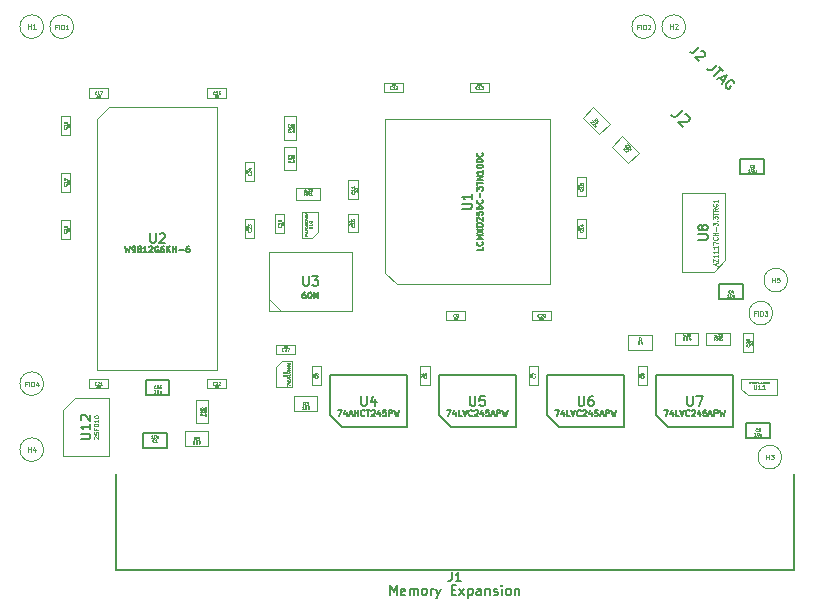
<source format=gbr>
G04 #@! TF.GenerationSoftware,KiCad,Pcbnew,(5.1.5-0-10_14)*
G04 #@! TF.CreationDate,2021-05-04T04:35:05-04:00*
G04 #@! TF.ProjectId,RAM2GS,52414d32-4753-42e6-9b69-6361645f7063,2.0*
G04 #@! TF.SameCoordinates,Original*
G04 #@! TF.FileFunction,Other,Fab,Top*
%FSLAX46Y46*%
G04 Gerber Fmt 4.6, Leading zero omitted, Abs format (unit mm)*
G04 Created by KiCad (PCBNEW (5.1.5-0-10_14)) date 2021-05-04 04:35:05*
%MOMM*%
%LPD*%
G04 APERTURE LIST*
%ADD10C,0.100000*%
%ADD11C,0.150000*%
%ADD12C,0.127000*%
%ADD13C,0.203200*%
%ADD14C,0.095250*%
%ADD15C,0.063500*%
%ADD16C,0.031750*%
%ADD17C,0.047625*%
G04 APERTURE END LIST*
D10*
X78400000Y-114550000D02*
X78400000Y-101550000D01*
X78400000Y-101550000D02*
X92400000Y-101550000D01*
X92400000Y-101550000D02*
X92400000Y-115550000D01*
X92400000Y-115550000D02*
X79400000Y-115550000D01*
X79400000Y-115550000D02*
X78400000Y-114550000D01*
X51136000Y-126185000D02*
X52136000Y-125185000D01*
X51136000Y-130085000D02*
X51136000Y-126185000D01*
X55036000Y-130085000D02*
X51136000Y-130085000D01*
X55036000Y-125185000D02*
X55036000Y-130085000D01*
X52136000Y-125185000D02*
X55036000Y-125185000D01*
X103537000Y-114500000D02*
X103537000Y-107800000D01*
X107237000Y-107800000D02*
X103537000Y-107800000D01*
X106237000Y-114500000D02*
X103537000Y-114500000D01*
X107237000Y-113500000D02*
X107237000Y-107800000D01*
X107237000Y-113500000D02*
X106237000Y-114500000D01*
X49514000Y-129540000D02*
G75*
G03X49514000Y-129540000I-1000000J0D01*
G01*
X49514000Y-123952000D02*
G75*
G03X49514000Y-123952000I-1000000J0D01*
G01*
X76100000Y-106750000D02*
X76100000Y-108350000D01*
X75300000Y-106750000D02*
X76100000Y-106750000D01*
X75300000Y-108350000D02*
X75300000Y-106750000D01*
X76100000Y-108350000D02*
X75300000Y-108350000D01*
X75300000Y-109550000D02*
X76100000Y-109550000D01*
X76100000Y-109550000D02*
X76100000Y-111150000D01*
X76100000Y-111150000D02*
X75300000Y-111150000D01*
X75300000Y-111150000D02*
X75300000Y-109550000D01*
X85200000Y-118600000D02*
X83600000Y-118600000D01*
X85200000Y-117800000D02*
X85200000Y-118600000D01*
X83600000Y-117800000D02*
X85200000Y-117800000D01*
X83600000Y-118600000D02*
X83600000Y-117800000D01*
X90850000Y-118600000D02*
X90850000Y-117800000D01*
X90850000Y-117800000D02*
X92450000Y-117800000D01*
X92450000Y-117800000D02*
X92450000Y-118600000D01*
X92450000Y-118600000D02*
X90850000Y-118600000D01*
X94650000Y-111600000D02*
X94650000Y-110000000D01*
X95450000Y-111600000D02*
X94650000Y-111600000D01*
X95450000Y-110000000D02*
X95450000Y-111600000D01*
X94650000Y-110000000D02*
X95450000Y-110000000D01*
X96565165Y-102849049D02*
X95150951Y-101434835D01*
X97449049Y-101965165D02*
X96565165Y-102849049D01*
X96034835Y-100550951D02*
X97449049Y-101965165D01*
X95150951Y-101434835D02*
X96034835Y-100550951D01*
D11*
X74775000Y-127650000D02*
X73775000Y-126650000D01*
X80275000Y-127650000D02*
X74775000Y-127650000D01*
X80275000Y-123250000D02*
X80275000Y-127650000D01*
X73775000Y-123250000D02*
X80275000Y-123250000D01*
X73775000Y-126650000D02*
X73775000Y-123250000D01*
D10*
X71430000Y-111600000D02*
X72280000Y-111600000D01*
X72780000Y-111100000D02*
X72780000Y-109400000D01*
X71430000Y-111600000D02*
X71430000Y-109400000D01*
X71430000Y-109400000D02*
X72780000Y-109400000D01*
X72280000Y-111600000D02*
X72780000Y-111100000D01*
X70570000Y-122050000D02*
X69720000Y-122050000D01*
X69220000Y-122550000D02*
X69220000Y-124250000D01*
X70570000Y-122050000D02*
X70570000Y-124250000D01*
X70570000Y-124250000D02*
X69220000Y-124250000D01*
X69720000Y-122050000D02*
X69220000Y-122550000D01*
D11*
X93175000Y-127650000D02*
X92175000Y-126650000D01*
X98675000Y-127650000D02*
X93175000Y-127650000D01*
X98675000Y-123250000D02*
X98675000Y-127650000D01*
X92175000Y-123250000D02*
X98675000Y-123250000D01*
X92175000Y-126650000D02*
X92175000Y-123250000D01*
X102375000Y-127650000D02*
X101375000Y-126650000D01*
X107875000Y-127650000D02*
X102375000Y-127650000D01*
X107875000Y-123250000D02*
X107875000Y-127650000D01*
X101375000Y-123250000D02*
X107875000Y-123250000D01*
X101375000Y-126650000D02*
X101375000Y-123250000D01*
X83975000Y-127650000D02*
X82975000Y-126650000D01*
X89475000Y-127650000D02*
X83975000Y-127650000D01*
X89475000Y-123250000D02*
X89475000Y-127650000D01*
X82975000Y-123250000D02*
X89475000Y-123250000D01*
X82975000Y-126650000D02*
X82975000Y-123250000D01*
D10*
X54950000Y-99750000D02*
X53350000Y-99750000D01*
X54950000Y-98950000D02*
X54950000Y-99750000D01*
X53350000Y-98950000D02*
X54950000Y-98950000D01*
X53350000Y-99750000D02*
X53350000Y-98950000D01*
D11*
X60150000Y-124875000D02*
X58150000Y-124875000D01*
X60150000Y-123625000D02*
X60150000Y-124875000D01*
X58150000Y-123625000D02*
X60150000Y-123625000D01*
X58150000Y-124875000D02*
X58150000Y-123625000D01*
D10*
X69200000Y-120650000D02*
X70800000Y-120650000D01*
X69200000Y-121450000D02*
X69200000Y-120650000D01*
X70800000Y-121450000D02*
X69200000Y-121450000D01*
X70800000Y-120650000D02*
X70800000Y-121450000D01*
X69900000Y-109600000D02*
X69900000Y-111200000D01*
X69100000Y-109600000D02*
X69900000Y-109600000D01*
X69100000Y-111200000D02*
X69100000Y-109600000D01*
X69900000Y-111200000D02*
X69100000Y-111200000D01*
D12*
X113030000Y-131572000D02*
X113030000Y-139700000D01*
X113030000Y-139700000D02*
X55626000Y-139700000D01*
X55626000Y-139700000D02*
X55626000Y-131572000D01*
D10*
X55070000Y-100540000D02*
X64230000Y-100540000D01*
X64230000Y-100540000D02*
X64230000Y-122760000D01*
X64230000Y-122760000D02*
X54070000Y-122760000D01*
X54070000Y-122760000D02*
X54070000Y-101540000D01*
X55070000Y-100540000D02*
X54070000Y-101540000D01*
D11*
X108700000Y-116775000D02*
X106700000Y-116775000D01*
X108700000Y-115525000D02*
X108700000Y-116775000D01*
X106700000Y-115525000D02*
X108700000Y-115525000D01*
X106700000Y-116775000D02*
X106700000Y-115525000D01*
X110500000Y-106175000D02*
X108500000Y-106175000D01*
X110500000Y-104925000D02*
X110500000Y-106175000D01*
X108500000Y-104925000D02*
X110500000Y-104925000D01*
X108500000Y-106175000D02*
X108500000Y-104925000D01*
X110982000Y-128514000D02*
X108982000Y-128514000D01*
X110982000Y-127264000D02*
X110982000Y-128514000D01*
X108982000Y-127264000D02*
X110982000Y-127264000D01*
X108982000Y-128514000D02*
X108982000Y-127264000D01*
X57928000Y-128153000D02*
X59928000Y-128153000D01*
X57928000Y-129403000D02*
X57928000Y-128153000D01*
X59928000Y-129403000D02*
X57928000Y-129403000D01*
X59928000Y-128153000D02*
X59928000Y-129403000D01*
D10*
X72200000Y-124050000D02*
X72200000Y-122450000D01*
X73000000Y-124050000D02*
X72200000Y-124050000D01*
X73000000Y-122450000D02*
X73000000Y-124050000D01*
X72200000Y-122450000D02*
X73000000Y-122450000D01*
X64950000Y-124350000D02*
X63350000Y-124350000D01*
X64950000Y-123550000D02*
X64950000Y-124350000D01*
X63350000Y-123550000D02*
X64950000Y-123550000D01*
X63350000Y-124350000D02*
X63350000Y-123550000D01*
X51750000Y-101300000D02*
X51750000Y-102900000D01*
X50950000Y-101300000D02*
X51750000Y-101300000D01*
X50950000Y-102900000D02*
X50950000Y-101300000D01*
X51750000Y-102900000D02*
X50950000Y-102900000D01*
X64950000Y-99750000D02*
X63350000Y-99750000D01*
X64950000Y-98950000D02*
X64950000Y-99750000D01*
X63350000Y-98950000D02*
X64950000Y-98950000D01*
X63350000Y-99750000D02*
X63350000Y-98950000D01*
X54950000Y-124350000D02*
X53350000Y-124350000D01*
X54950000Y-123550000D02*
X54950000Y-124350000D01*
X53350000Y-123550000D02*
X54950000Y-123550000D01*
X53350000Y-124350000D02*
X53350000Y-123550000D01*
X66550000Y-111600000D02*
X66550000Y-110000000D01*
X67350000Y-111600000D02*
X66550000Y-111600000D01*
X67350000Y-110000000D02*
X67350000Y-111600000D01*
X66550000Y-110000000D02*
X67350000Y-110000000D01*
X51750000Y-106100000D02*
X51750000Y-107700000D01*
X50950000Y-106100000D02*
X51750000Y-106100000D01*
X50950000Y-107700000D02*
X50950000Y-106100000D01*
X51750000Y-107700000D02*
X50950000Y-107700000D01*
X51750000Y-110100000D02*
X51750000Y-111700000D01*
X50950000Y-110100000D02*
X51750000Y-110100000D01*
X50950000Y-111700000D02*
X50950000Y-110100000D01*
X51750000Y-111700000D02*
X50950000Y-111700000D01*
X66550000Y-106800000D02*
X66550000Y-105200000D01*
X67350000Y-106800000D02*
X66550000Y-106800000D01*
X67350000Y-105200000D02*
X67350000Y-106800000D01*
X66550000Y-105200000D02*
X67350000Y-105200000D01*
X99800000Y-124050000D02*
X99800000Y-122450000D01*
X100600000Y-124050000D02*
X99800000Y-124050000D01*
X100600000Y-122450000D02*
X100600000Y-124050000D01*
X99800000Y-122450000D02*
X100600000Y-122450000D01*
X81400000Y-124050000D02*
X81400000Y-122450000D01*
X82200000Y-124050000D02*
X81400000Y-124050000D01*
X82200000Y-122450000D02*
X82200000Y-124050000D01*
X81400000Y-122450000D02*
X82200000Y-122450000D01*
X90600000Y-124050000D02*
X90600000Y-122450000D01*
X91400000Y-124050000D02*
X90600000Y-124050000D01*
X91400000Y-122450000D02*
X91400000Y-124050000D01*
X90600000Y-122450000D02*
X91400000Y-122450000D01*
X52054000Y-93726000D02*
G75*
G03X52054000Y-93726000I-1000000J0D01*
G01*
X111236000Y-117983000D02*
G75*
G03X111236000Y-117983000I-1000000J0D01*
G01*
X101330000Y-93726000D02*
G75*
G03X101330000Y-93726000I-1000000J0D01*
G01*
X111998000Y-130175000D02*
G75*
G03X111998000Y-130175000I-1000000J0D01*
G01*
X98484835Y-103000951D02*
X99899049Y-104415165D01*
X97600951Y-103884835D02*
X98484835Y-103000951D01*
X99015165Y-105299049D02*
X97600951Y-103884835D01*
X99899049Y-104415165D02*
X99015165Y-105299049D01*
X72700000Y-126275000D02*
X70700000Y-126275000D01*
X72700000Y-125025000D02*
X72700000Y-126275000D01*
X70700000Y-125025000D02*
X72700000Y-125025000D01*
X70700000Y-126275000D02*
X70700000Y-125025000D01*
X49514000Y-93726000D02*
G75*
G03X49514000Y-93726000I-1000000J0D01*
G01*
X103870000Y-93726000D02*
G75*
G03X103870000Y-93726000I-1000000J0D01*
G01*
X112506000Y-115189000D02*
G75*
G03X112506000Y-115189000I-1000000J0D01*
G01*
X70900000Y-108400000D02*
X70900000Y-107400000D01*
X70900000Y-107400000D02*
X72900000Y-107400000D01*
X72900000Y-107400000D02*
X72900000Y-108400000D01*
X72900000Y-108400000D02*
X70900000Y-108400000D01*
X69850000Y-101300000D02*
X70850000Y-101300000D01*
X70850000Y-101300000D02*
X70850000Y-103300000D01*
X70850000Y-103300000D02*
X69850000Y-103300000D01*
X69850000Y-103300000D02*
X69850000Y-101300000D01*
X69850000Y-103900000D02*
X70850000Y-103900000D01*
X70850000Y-103900000D02*
X70850000Y-105900000D01*
X70850000Y-105900000D02*
X69850000Y-105900000D01*
X69850000Y-105900000D02*
X69850000Y-103900000D01*
X102950000Y-120650000D02*
X102950000Y-119650000D01*
X102950000Y-119650000D02*
X104950000Y-119650000D01*
X104950000Y-119650000D02*
X104950000Y-120650000D01*
X104950000Y-120650000D02*
X102950000Y-120650000D01*
X105600000Y-120650000D02*
X105600000Y-119650000D01*
X105600000Y-119650000D02*
X107600000Y-119650000D01*
X107600000Y-119650000D02*
X107600000Y-120650000D01*
X107600000Y-120650000D02*
X105600000Y-120650000D01*
X68600000Y-116800000D02*
X69600000Y-117800000D01*
X68600000Y-117800000D02*
X68600000Y-112800000D01*
X75600000Y-117800000D02*
X68600000Y-117800000D01*
X75600000Y-112800000D02*
X75600000Y-117800000D01*
X68600000Y-112800000D02*
X75600000Y-112800000D01*
X78350000Y-98500000D02*
X79950000Y-98500000D01*
X78350000Y-99300000D02*
X78350000Y-98500000D01*
X79950000Y-99300000D02*
X78350000Y-99300000D01*
X79950000Y-98500000D02*
X79950000Y-99300000D01*
X85600000Y-98500000D02*
X87200000Y-98500000D01*
X85600000Y-99300000D02*
X85600000Y-98500000D01*
X87200000Y-99300000D02*
X85600000Y-99300000D01*
X87200000Y-98500000D02*
X87200000Y-99300000D01*
X94650000Y-106500000D02*
X95450000Y-106500000D01*
X95450000Y-106500000D02*
X95450000Y-108100000D01*
X95450000Y-108100000D02*
X94650000Y-108100000D01*
X94650000Y-108100000D02*
X94650000Y-106500000D01*
X109550000Y-121300000D02*
X108750000Y-121300000D01*
X108750000Y-121300000D02*
X108750000Y-119700000D01*
X108750000Y-119700000D02*
X109550000Y-119700000D01*
X109550000Y-119700000D02*
X109550000Y-121300000D01*
X101000000Y-119875000D02*
X101000000Y-121125000D01*
X101000000Y-121125000D02*
X99000000Y-121125000D01*
X99000000Y-121125000D02*
X99000000Y-119875000D01*
X99000000Y-119875000D02*
X101000000Y-119875000D01*
X111620000Y-124950000D02*
X111620000Y-123550000D01*
X108580000Y-123550000D02*
X111620000Y-123550000D01*
X109150000Y-124950000D02*
X108580000Y-124400000D01*
X108580000Y-124400000D02*
X108580000Y-123550000D01*
X109150000Y-124950000D02*
X111600000Y-124950000D01*
X61450000Y-129225000D02*
X61450000Y-127975000D01*
X61450000Y-127975000D02*
X63450000Y-127975000D01*
X63450000Y-127975000D02*
X63450000Y-129225000D01*
X63450000Y-129225000D02*
X61450000Y-129225000D01*
X62400000Y-127300000D02*
X62400000Y-125300000D01*
X63400000Y-127300000D02*
X62400000Y-127300000D01*
X63400000Y-125300000D02*
X63400000Y-127300000D01*
X62400000Y-125300000D02*
X63400000Y-125300000D01*
D13*
X84954895Y-109169276D02*
X85612876Y-109169276D01*
X85690285Y-109130571D01*
X85728990Y-109091866D01*
X85767695Y-109014457D01*
X85767695Y-108859638D01*
X85728990Y-108782228D01*
X85690285Y-108743523D01*
X85612876Y-108704819D01*
X84954895Y-108704819D01*
X85767695Y-107892019D02*
X85767695Y-108356476D01*
X85767695Y-108124247D02*
X84954895Y-108124247D01*
X85071009Y-108201657D01*
X85148419Y-108279066D01*
X85187123Y-108356476D01*
D12*
X86679809Y-112420476D02*
X86679809Y-112662380D01*
X86171809Y-112662380D01*
X86631428Y-111960857D02*
X86655619Y-111985047D01*
X86679809Y-112057619D01*
X86679809Y-112106000D01*
X86655619Y-112178571D01*
X86607238Y-112226952D01*
X86558857Y-112251142D01*
X86462095Y-112275333D01*
X86389523Y-112275333D01*
X86292761Y-112251142D01*
X86244380Y-112226952D01*
X86196000Y-112178571D01*
X86171809Y-112106000D01*
X86171809Y-112057619D01*
X86196000Y-111985047D01*
X86220190Y-111960857D01*
X86679809Y-111743142D02*
X86171809Y-111743142D01*
X86534666Y-111573809D01*
X86171809Y-111404476D01*
X86679809Y-111404476D01*
X86171809Y-111210952D02*
X86679809Y-110872285D01*
X86171809Y-110872285D02*
X86679809Y-111210952D01*
X86171809Y-110582000D02*
X86171809Y-110485238D01*
X86196000Y-110436857D01*
X86244380Y-110388476D01*
X86341142Y-110364285D01*
X86510476Y-110364285D01*
X86607238Y-110388476D01*
X86655619Y-110436857D01*
X86679809Y-110485238D01*
X86679809Y-110582000D01*
X86655619Y-110630380D01*
X86607238Y-110678761D01*
X86510476Y-110702952D01*
X86341142Y-110702952D01*
X86244380Y-110678761D01*
X86196000Y-110630380D01*
X86171809Y-110582000D01*
X86220190Y-110170761D02*
X86196000Y-110146571D01*
X86171809Y-110098190D01*
X86171809Y-109977238D01*
X86196000Y-109928857D01*
X86220190Y-109904666D01*
X86268571Y-109880476D01*
X86316952Y-109880476D01*
X86389523Y-109904666D01*
X86679809Y-110194952D01*
X86679809Y-109880476D01*
X86171809Y-109420857D02*
X86171809Y-109662761D01*
X86413714Y-109686952D01*
X86389523Y-109662761D01*
X86365333Y-109614380D01*
X86365333Y-109493428D01*
X86389523Y-109445047D01*
X86413714Y-109420857D01*
X86462095Y-109396666D01*
X86583047Y-109396666D01*
X86631428Y-109420857D01*
X86655619Y-109445047D01*
X86679809Y-109493428D01*
X86679809Y-109614380D01*
X86655619Y-109662761D01*
X86631428Y-109686952D01*
X86171809Y-108961238D02*
X86171809Y-109058000D01*
X86196000Y-109106380D01*
X86220190Y-109130571D01*
X86292761Y-109178952D01*
X86389523Y-109203142D01*
X86583047Y-109203142D01*
X86631428Y-109178952D01*
X86655619Y-109154761D01*
X86679809Y-109106380D01*
X86679809Y-109009619D01*
X86655619Y-108961238D01*
X86631428Y-108937047D01*
X86583047Y-108912857D01*
X86462095Y-108912857D01*
X86413714Y-108937047D01*
X86389523Y-108961238D01*
X86365333Y-109009619D01*
X86365333Y-109106380D01*
X86389523Y-109154761D01*
X86413714Y-109178952D01*
X86462095Y-109203142D01*
X86631428Y-108404857D02*
X86655619Y-108429047D01*
X86679809Y-108501619D01*
X86679809Y-108550000D01*
X86655619Y-108622571D01*
X86607238Y-108670952D01*
X86558857Y-108695142D01*
X86462095Y-108719333D01*
X86389523Y-108719333D01*
X86292761Y-108695142D01*
X86244380Y-108670952D01*
X86196000Y-108622571D01*
X86171809Y-108550000D01*
X86171809Y-108501619D01*
X86196000Y-108429047D01*
X86220190Y-108404857D01*
X86486285Y-108187142D02*
X86486285Y-107800095D01*
X86171809Y-107606571D02*
X86171809Y-107292095D01*
X86365333Y-107461428D01*
X86365333Y-107388857D01*
X86389523Y-107340476D01*
X86413714Y-107316285D01*
X86462095Y-107292095D01*
X86583047Y-107292095D01*
X86631428Y-107316285D01*
X86655619Y-107340476D01*
X86679809Y-107388857D01*
X86679809Y-107534000D01*
X86655619Y-107582380D01*
X86631428Y-107606571D01*
X86171809Y-107146952D02*
X86171809Y-106856666D01*
X86679809Y-107001809D02*
X86171809Y-107001809D01*
X86679809Y-106687333D02*
X86171809Y-106687333D01*
X86679809Y-106397047D01*
X86171809Y-106397047D01*
X86679809Y-105889047D02*
X86679809Y-106179333D01*
X86679809Y-106034190D02*
X86171809Y-106034190D01*
X86244380Y-106082571D01*
X86292761Y-106130952D01*
X86316952Y-106179333D01*
X86171809Y-105574571D02*
X86171809Y-105526190D01*
X86196000Y-105477809D01*
X86220190Y-105453619D01*
X86268571Y-105429428D01*
X86365333Y-105405238D01*
X86486285Y-105405238D01*
X86583047Y-105429428D01*
X86631428Y-105453619D01*
X86655619Y-105477809D01*
X86679809Y-105526190D01*
X86679809Y-105574571D01*
X86655619Y-105622952D01*
X86631428Y-105647142D01*
X86583047Y-105671333D01*
X86486285Y-105695523D01*
X86365333Y-105695523D01*
X86268571Y-105671333D01*
X86220190Y-105647142D01*
X86196000Y-105622952D01*
X86171809Y-105574571D01*
X86171809Y-105090761D02*
X86171809Y-105042380D01*
X86196000Y-104994000D01*
X86220190Y-104969809D01*
X86268571Y-104945619D01*
X86365333Y-104921428D01*
X86486285Y-104921428D01*
X86583047Y-104945619D01*
X86631428Y-104969809D01*
X86655619Y-104994000D01*
X86679809Y-105042380D01*
X86679809Y-105090761D01*
X86655619Y-105139142D01*
X86631428Y-105163333D01*
X86583047Y-105187523D01*
X86486285Y-105211714D01*
X86365333Y-105211714D01*
X86268571Y-105187523D01*
X86220190Y-105163333D01*
X86196000Y-105139142D01*
X86171809Y-105090761D01*
X86631428Y-104413428D02*
X86655619Y-104437619D01*
X86679809Y-104510190D01*
X86679809Y-104558571D01*
X86655619Y-104631142D01*
X86607238Y-104679523D01*
X86558857Y-104703714D01*
X86462095Y-104727904D01*
X86389523Y-104727904D01*
X86292761Y-104703714D01*
X86244380Y-104679523D01*
X86196000Y-104631142D01*
X86171809Y-104558571D01*
X86171809Y-104510190D01*
X86196000Y-104437619D01*
X86220190Y-104413428D01*
D13*
X52640895Y-128641323D02*
X53298876Y-128641323D01*
X53376285Y-128602619D01*
X53414990Y-128563914D01*
X53453695Y-128486504D01*
X53453695Y-128331685D01*
X53414990Y-128254276D01*
X53376285Y-128215571D01*
X53298876Y-128176866D01*
X52640895Y-128176866D01*
X53453695Y-127364066D02*
X53453695Y-127828523D01*
X53453695Y-127596295D02*
X52640895Y-127596295D01*
X52757009Y-127673704D01*
X52834419Y-127751114D01*
X52873123Y-127828523D01*
X52718304Y-127054428D02*
X52679600Y-127015723D01*
X52640895Y-126938314D01*
X52640895Y-126744790D01*
X52679600Y-126667380D01*
X52718304Y-126628676D01*
X52795714Y-126589971D01*
X52873123Y-126589971D01*
X52989238Y-126628676D01*
X53453695Y-127093133D01*
X53453695Y-126589971D01*
D14*
X53813642Y-128632857D02*
X53795500Y-128614714D01*
X53777357Y-128578428D01*
X53777357Y-128487714D01*
X53795500Y-128451428D01*
X53813642Y-128433285D01*
X53849928Y-128415142D01*
X53886214Y-128415142D01*
X53940642Y-128433285D01*
X54158357Y-128651000D01*
X54158357Y-128415142D01*
X53777357Y-128070428D02*
X53777357Y-128251857D01*
X53958785Y-128270000D01*
X53940642Y-128251857D01*
X53922500Y-128215571D01*
X53922500Y-128124857D01*
X53940642Y-128088571D01*
X53958785Y-128070428D01*
X53995071Y-128052285D01*
X54085785Y-128052285D01*
X54122071Y-128070428D01*
X54140214Y-128088571D01*
X54158357Y-128124857D01*
X54158357Y-128215571D01*
X54140214Y-128251857D01*
X54122071Y-128270000D01*
X53958785Y-127762000D02*
X53958785Y-127889000D01*
X54158357Y-127889000D02*
X53777357Y-127889000D01*
X53777357Y-127707571D01*
X53777357Y-127489857D02*
X53777357Y-127453571D01*
X53795500Y-127417285D01*
X53813642Y-127399142D01*
X53849928Y-127381000D01*
X53922500Y-127362857D01*
X54013214Y-127362857D01*
X54085785Y-127381000D01*
X54122071Y-127399142D01*
X54140214Y-127417285D01*
X54158357Y-127453571D01*
X54158357Y-127489857D01*
X54140214Y-127526142D01*
X54122071Y-127544285D01*
X54085785Y-127562428D01*
X54013214Y-127580571D01*
X53922500Y-127580571D01*
X53849928Y-127562428D01*
X53813642Y-127544285D01*
X53795500Y-127526142D01*
X53777357Y-127489857D01*
X54158357Y-127000000D02*
X54158357Y-127217714D01*
X54158357Y-127108857D02*
X53777357Y-127108857D01*
X53831785Y-127145142D01*
X53868071Y-127181428D01*
X53886214Y-127217714D01*
X53777357Y-126764142D02*
X53777357Y-126727857D01*
X53795500Y-126691571D01*
X53813642Y-126673428D01*
X53849928Y-126655285D01*
X53922500Y-126637142D01*
X54013214Y-126637142D01*
X54085785Y-126655285D01*
X54122071Y-126673428D01*
X54140214Y-126691571D01*
X54158357Y-126727857D01*
X54158357Y-126764142D01*
X54140214Y-126800428D01*
X54122071Y-126818571D01*
X54085785Y-126836714D01*
X54013214Y-126854857D01*
X53922500Y-126854857D01*
X53849928Y-126836714D01*
X53813642Y-126818571D01*
X53795500Y-126800428D01*
X53777357Y-126764142D01*
X106466500Y-113934928D02*
X106466500Y-113753500D01*
X106575357Y-113971214D02*
X106194357Y-113844214D01*
X106575357Y-113717214D01*
X106194357Y-113626500D02*
X106194357Y-113372500D01*
X106575357Y-113626500D01*
X106575357Y-113372500D01*
X106575357Y-113027785D02*
X106575357Y-113245500D01*
X106575357Y-113136642D02*
X106194357Y-113136642D01*
X106248785Y-113172928D01*
X106285071Y-113209214D01*
X106303214Y-113245500D01*
X106575357Y-112664928D02*
X106575357Y-112882642D01*
X106575357Y-112773785D02*
X106194357Y-112773785D01*
X106248785Y-112810071D01*
X106285071Y-112846357D01*
X106303214Y-112882642D01*
X106575357Y-112302071D02*
X106575357Y-112519785D01*
X106575357Y-112410928D02*
X106194357Y-112410928D01*
X106248785Y-112447214D01*
X106285071Y-112483500D01*
X106303214Y-112519785D01*
X106194357Y-112175071D02*
X106194357Y-111921071D01*
X106575357Y-112084357D01*
X106539071Y-111558214D02*
X106557214Y-111576357D01*
X106575357Y-111630785D01*
X106575357Y-111667071D01*
X106557214Y-111721500D01*
X106520928Y-111757785D01*
X106484642Y-111775928D01*
X106412071Y-111794071D01*
X106357642Y-111794071D01*
X106285071Y-111775928D01*
X106248785Y-111757785D01*
X106212500Y-111721500D01*
X106194357Y-111667071D01*
X106194357Y-111630785D01*
X106212500Y-111576357D01*
X106230642Y-111558214D01*
X106575357Y-111394928D02*
X106194357Y-111394928D01*
X106375785Y-111394928D02*
X106375785Y-111177214D01*
X106575357Y-111177214D02*
X106194357Y-111177214D01*
X106430214Y-110995785D02*
X106430214Y-110705500D01*
X106194357Y-110560357D02*
X106194357Y-110324500D01*
X106339500Y-110451500D01*
X106339500Y-110397071D01*
X106357642Y-110360785D01*
X106375785Y-110342642D01*
X106412071Y-110324500D01*
X106502785Y-110324500D01*
X106539071Y-110342642D01*
X106557214Y-110360785D01*
X106575357Y-110397071D01*
X106575357Y-110505928D01*
X106557214Y-110542214D01*
X106539071Y-110560357D01*
X106539071Y-110161214D02*
X106557214Y-110143071D01*
X106575357Y-110161214D01*
X106557214Y-110179357D01*
X106539071Y-110161214D01*
X106575357Y-110161214D01*
X106194357Y-110016071D02*
X106194357Y-109780214D01*
X106339500Y-109907214D01*
X106339500Y-109852785D01*
X106357642Y-109816500D01*
X106375785Y-109798357D01*
X106412071Y-109780214D01*
X106502785Y-109780214D01*
X106539071Y-109798357D01*
X106557214Y-109816500D01*
X106575357Y-109852785D01*
X106575357Y-109961642D01*
X106557214Y-109997928D01*
X106539071Y-110016071D01*
X106194357Y-109671357D02*
X106194357Y-109453642D01*
X106575357Y-109562500D02*
X106194357Y-109562500D01*
X106575357Y-109108928D02*
X106393928Y-109235928D01*
X106575357Y-109326642D02*
X106194357Y-109326642D01*
X106194357Y-109181500D01*
X106212500Y-109145214D01*
X106230642Y-109127071D01*
X106266928Y-109108928D01*
X106321357Y-109108928D01*
X106357642Y-109127071D01*
X106375785Y-109145214D01*
X106393928Y-109181500D01*
X106393928Y-109326642D01*
X106212500Y-108746071D02*
X106194357Y-108782357D01*
X106194357Y-108836785D01*
X106212500Y-108891214D01*
X106248785Y-108927500D01*
X106285071Y-108945642D01*
X106357642Y-108963785D01*
X106412071Y-108963785D01*
X106484642Y-108945642D01*
X106520928Y-108927500D01*
X106557214Y-108891214D01*
X106575357Y-108836785D01*
X106575357Y-108800500D01*
X106557214Y-108746071D01*
X106539071Y-108727928D01*
X106412071Y-108727928D01*
X106412071Y-108800500D01*
X106575357Y-108365071D02*
X106575357Y-108582785D01*
X106575357Y-108473928D02*
X106194357Y-108473928D01*
X106248785Y-108510214D01*
X106285071Y-108546500D01*
X106303214Y-108582785D01*
D13*
X104941895Y-111769276D02*
X105599876Y-111769276D01*
X105677285Y-111730571D01*
X105715990Y-111691866D01*
X105754695Y-111614457D01*
X105754695Y-111459638D01*
X105715990Y-111382228D01*
X105677285Y-111343523D01*
X105599876Y-111304819D01*
X104941895Y-111304819D01*
X105290238Y-110801657D02*
X105251533Y-110879066D01*
X105212828Y-110917771D01*
X105135419Y-110956476D01*
X105096714Y-110956476D01*
X105019304Y-110917771D01*
X104980600Y-110879066D01*
X104941895Y-110801657D01*
X104941895Y-110646838D01*
X104980600Y-110569428D01*
X105019304Y-110530723D01*
X105096714Y-110492019D01*
X105135419Y-110492019D01*
X105212828Y-110530723D01*
X105251533Y-110569428D01*
X105290238Y-110646838D01*
X105290238Y-110801657D01*
X105328942Y-110879066D01*
X105367647Y-110917771D01*
X105445057Y-110956476D01*
X105599876Y-110956476D01*
X105677285Y-110917771D01*
X105715990Y-110879066D01*
X105754695Y-110801657D01*
X105754695Y-110646838D01*
X105715990Y-110569428D01*
X105677285Y-110530723D01*
X105599876Y-110492019D01*
X105445057Y-110492019D01*
X105367647Y-110530723D01*
X105328942Y-110569428D01*
X105290238Y-110646838D01*
D10*
X48209238Y-129720952D02*
X48209238Y-129320952D01*
X48209238Y-129511428D02*
X48437809Y-129511428D01*
X48437809Y-129720952D02*
X48437809Y-129320952D01*
X48799714Y-129454285D02*
X48799714Y-129720952D01*
X48704476Y-129301904D02*
X48609238Y-129587619D01*
X48856857Y-129587619D01*
D14*
X48105785Y-123974785D02*
X47978785Y-123974785D01*
X47978785Y-124174357D02*
X47978785Y-123793357D01*
X48160214Y-123793357D01*
X48305357Y-124174357D02*
X48305357Y-123793357D01*
X48486785Y-124174357D02*
X48486785Y-123793357D01*
X48577500Y-123793357D01*
X48631928Y-123811500D01*
X48668214Y-123847785D01*
X48686357Y-123884071D01*
X48704500Y-123956642D01*
X48704500Y-124011071D01*
X48686357Y-124083642D01*
X48668214Y-124119928D01*
X48631928Y-124156214D01*
X48577500Y-124174357D01*
X48486785Y-124174357D01*
X49031071Y-123920357D02*
X49031071Y-124174357D01*
X48940357Y-123775214D02*
X48849642Y-124047357D01*
X49085500Y-124047357D01*
D15*
X75790714Y-107713285D02*
X75802809Y-107725380D01*
X75814904Y-107761666D01*
X75814904Y-107785857D01*
X75802809Y-107822142D01*
X75778619Y-107846333D01*
X75754428Y-107858428D01*
X75706047Y-107870523D01*
X75669761Y-107870523D01*
X75621380Y-107858428D01*
X75597190Y-107846333D01*
X75573000Y-107822142D01*
X75560904Y-107785857D01*
X75560904Y-107761666D01*
X75573000Y-107725380D01*
X75585095Y-107713285D01*
X75814904Y-107471380D02*
X75814904Y-107616523D01*
X75814904Y-107543952D02*
X75560904Y-107543952D01*
X75597190Y-107568142D01*
X75621380Y-107592333D01*
X75633476Y-107616523D01*
X75814904Y-107229476D02*
X75814904Y-107374619D01*
X75814904Y-107302047D02*
X75560904Y-107302047D01*
X75597190Y-107326238D01*
X75621380Y-107350428D01*
X75633476Y-107374619D01*
D16*
X75892547Y-107704214D02*
X75886500Y-107698166D01*
X75880452Y-107686071D01*
X75880452Y-107655833D01*
X75886500Y-107643738D01*
X75892547Y-107637690D01*
X75904642Y-107631642D01*
X75916738Y-107631642D01*
X75934880Y-107637690D01*
X76007452Y-107710261D01*
X76007452Y-107631642D01*
X75922785Y-107522785D02*
X76007452Y-107522785D01*
X75922785Y-107577214D02*
X75989309Y-107577214D01*
X76001404Y-107571166D01*
X76007452Y-107559071D01*
X76007452Y-107540928D01*
X76001404Y-107528833D01*
X75995357Y-107522785D01*
X75892547Y-107468357D02*
X75886500Y-107462309D01*
X75880452Y-107450214D01*
X75880452Y-107419976D01*
X75886500Y-107407880D01*
X75892547Y-107401833D01*
X75904642Y-107395785D01*
X75916738Y-107395785D01*
X75934880Y-107401833D01*
X76007452Y-107474404D01*
X76007452Y-107395785D01*
D15*
X75790714Y-110513285D02*
X75802809Y-110525380D01*
X75814904Y-110561666D01*
X75814904Y-110585857D01*
X75802809Y-110622142D01*
X75778619Y-110646333D01*
X75754428Y-110658428D01*
X75706047Y-110670523D01*
X75669761Y-110670523D01*
X75621380Y-110658428D01*
X75597190Y-110646333D01*
X75573000Y-110622142D01*
X75560904Y-110585857D01*
X75560904Y-110561666D01*
X75573000Y-110525380D01*
X75585095Y-110513285D01*
X75814904Y-110271380D02*
X75814904Y-110416523D01*
X75814904Y-110343952D02*
X75560904Y-110343952D01*
X75597190Y-110368142D01*
X75621380Y-110392333D01*
X75633476Y-110416523D01*
X75560904Y-110041571D02*
X75560904Y-110162523D01*
X75681857Y-110174619D01*
X75669761Y-110162523D01*
X75657666Y-110138333D01*
X75657666Y-110077857D01*
X75669761Y-110053666D01*
X75681857Y-110041571D01*
X75706047Y-110029476D01*
X75766523Y-110029476D01*
X75790714Y-110041571D01*
X75802809Y-110053666D01*
X75814904Y-110077857D01*
X75814904Y-110138333D01*
X75802809Y-110162523D01*
X75790714Y-110174619D01*
D16*
X75392547Y-110504214D02*
X75386500Y-110498166D01*
X75380452Y-110486071D01*
X75380452Y-110455833D01*
X75386500Y-110443738D01*
X75392547Y-110437690D01*
X75404642Y-110431642D01*
X75416738Y-110431642D01*
X75434880Y-110437690D01*
X75507452Y-110510261D01*
X75507452Y-110431642D01*
X75422785Y-110322785D02*
X75507452Y-110322785D01*
X75422785Y-110377214D02*
X75489309Y-110377214D01*
X75501404Y-110371166D01*
X75507452Y-110359071D01*
X75507452Y-110340928D01*
X75501404Y-110328833D01*
X75495357Y-110322785D01*
X75392547Y-110268357D02*
X75386500Y-110262309D01*
X75380452Y-110250214D01*
X75380452Y-110219976D01*
X75386500Y-110207880D01*
X75392547Y-110201833D01*
X75404642Y-110195785D01*
X75416738Y-110195785D01*
X75434880Y-110201833D01*
X75507452Y-110274404D01*
X75507452Y-110195785D01*
D15*
X84357666Y-118290714D02*
X84345571Y-118302809D01*
X84309285Y-118314904D01*
X84285095Y-118314904D01*
X84248809Y-118302809D01*
X84224619Y-118278619D01*
X84212523Y-118254428D01*
X84200428Y-118206047D01*
X84200428Y-118169761D01*
X84212523Y-118121380D01*
X84224619Y-118097190D01*
X84248809Y-118073000D01*
X84285095Y-118060904D01*
X84309285Y-118060904D01*
X84345571Y-118073000D01*
X84357666Y-118085095D01*
X84478619Y-118314904D02*
X84527000Y-118314904D01*
X84551190Y-118302809D01*
X84563285Y-118290714D01*
X84587476Y-118254428D01*
X84599571Y-118206047D01*
X84599571Y-118109285D01*
X84587476Y-118085095D01*
X84575380Y-118073000D01*
X84551190Y-118060904D01*
X84502809Y-118060904D01*
X84478619Y-118073000D01*
X84466523Y-118085095D01*
X84454428Y-118109285D01*
X84454428Y-118169761D01*
X84466523Y-118193952D01*
X84478619Y-118206047D01*
X84502809Y-118218142D01*
X84551190Y-118218142D01*
X84575380Y-118206047D01*
X84587476Y-118193952D01*
X84599571Y-118169761D01*
D16*
X84245785Y-118392547D02*
X84251833Y-118386500D01*
X84263928Y-118380452D01*
X84294166Y-118380452D01*
X84306261Y-118386500D01*
X84312309Y-118392547D01*
X84318357Y-118404642D01*
X84318357Y-118416738D01*
X84312309Y-118434880D01*
X84239738Y-118507452D01*
X84318357Y-118507452D01*
X84427214Y-118422785D02*
X84427214Y-118507452D01*
X84372785Y-118422785D02*
X84372785Y-118489309D01*
X84378833Y-118501404D01*
X84390928Y-118507452D01*
X84409071Y-118507452D01*
X84421166Y-118501404D01*
X84427214Y-118495357D01*
X84481642Y-118392547D02*
X84487690Y-118386500D01*
X84499785Y-118380452D01*
X84530023Y-118380452D01*
X84542119Y-118386500D01*
X84548166Y-118392547D01*
X84554214Y-118404642D01*
X84554214Y-118416738D01*
X84548166Y-118434880D01*
X84475595Y-118507452D01*
X84554214Y-118507452D01*
D15*
X91486714Y-118290714D02*
X91474619Y-118302809D01*
X91438333Y-118314904D01*
X91414142Y-118314904D01*
X91377857Y-118302809D01*
X91353666Y-118278619D01*
X91341571Y-118254428D01*
X91329476Y-118206047D01*
X91329476Y-118169761D01*
X91341571Y-118121380D01*
X91353666Y-118097190D01*
X91377857Y-118073000D01*
X91414142Y-118060904D01*
X91438333Y-118060904D01*
X91474619Y-118073000D01*
X91486714Y-118085095D01*
X91583476Y-118085095D02*
X91595571Y-118073000D01*
X91619761Y-118060904D01*
X91680238Y-118060904D01*
X91704428Y-118073000D01*
X91716523Y-118085095D01*
X91728619Y-118109285D01*
X91728619Y-118133476D01*
X91716523Y-118169761D01*
X91571380Y-118314904D01*
X91728619Y-118314904D01*
X91849571Y-118314904D02*
X91897952Y-118314904D01*
X91922142Y-118302809D01*
X91934238Y-118290714D01*
X91958428Y-118254428D01*
X91970523Y-118206047D01*
X91970523Y-118109285D01*
X91958428Y-118085095D01*
X91946333Y-118073000D01*
X91922142Y-118060904D01*
X91873761Y-118060904D01*
X91849571Y-118073000D01*
X91837476Y-118085095D01*
X91825380Y-118109285D01*
X91825380Y-118169761D01*
X91837476Y-118193952D01*
X91849571Y-118206047D01*
X91873761Y-118218142D01*
X91922142Y-118218142D01*
X91946333Y-118206047D01*
X91958428Y-118193952D01*
X91970523Y-118169761D01*
D16*
X91495785Y-118392547D02*
X91501833Y-118386500D01*
X91513928Y-118380452D01*
X91544166Y-118380452D01*
X91556261Y-118386500D01*
X91562309Y-118392547D01*
X91568357Y-118404642D01*
X91568357Y-118416738D01*
X91562309Y-118434880D01*
X91489738Y-118507452D01*
X91568357Y-118507452D01*
X91677214Y-118422785D02*
X91677214Y-118507452D01*
X91622785Y-118422785D02*
X91622785Y-118489309D01*
X91628833Y-118501404D01*
X91640928Y-118507452D01*
X91659071Y-118507452D01*
X91671166Y-118501404D01*
X91677214Y-118495357D01*
X91731642Y-118392547D02*
X91737690Y-118386500D01*
X91749785Y-118380452D01*
X91780023Y-118380452D01*
X91792119Y-118386500D01*
X91798166Y-118392547D01*
X91804214Y-118404642D01*
X91804214Y-118416738D01*
X91798166Y-118434880D01*
X91725595Y-118507452D01*
X91804214Y-118507452D01*
D15*
X95140714Y-110963285D02*
X95152809Y-110975380D01*
X95164904Y-111011666D01*
X95164904Y-111035857D01*
X95152809Y-111072142D01*
X95128619Y-111096333D01*
X95104428Y-111108428D01*
X95056047Y-111120523D01*
X95019761Y-111120523D01*
X94971380Y-111108428D01*
X94947190Y-111096333D01*
X94923000Y-111072142D01*
X94910904Y-111035857D01*
X94910904Y-111011666D01*
X94923000Y-110975380D01*
X94935095Y-110963285D01*
X95164904Y-110721380D02*
X95164904Y-110866523D01*
X95164904Y-110793952D02*
X94910904Y-110793952D01*
X94947190Y-110818142D01*
X94971380Y-110842333D01*
X94983476Y-110866523D01*
X94995571Y-110503666D02*
X95164904Y-110503666D01*
X94898809Y-110564142D02*
X95080238Y-110624619D01*
X95080238Y-110467380D01*
D16*
X94742547Y-110954214D02*
X94736500Y-110948166D01*
X94730452Y-110936071D01*
X94730452Y-110905833D01*
X94736500Y-110893738D01*
X94742547Y-110887690D01*
X94754642Y-110881642D01*
X94766738Y-110881642D01*
X94784880Y-110887690D01*
X94857452Y-110960261D01*
X94857452Y-110881642D01*
X94772785Y-110772785D02*
X94857452Y-110772785D01*
X94772785Y-110827214D02*
X94839309Y-110827214D01*
X94851404Y-110821166D01*
X94857452Y-110809071D01*
X94857452Y-110790928D01*
X94851404Y-110778833D01*
X94845357Y-110772785D01*
X94742547Y-110718357D02*
X94736500Y-110712309D01*
X94730452Y-110700214D01*
X94730452Y-110669976D01*
X94736500Y-110657880D01*
X94742547Y-110651833D01*
X94754642Y-110645785D01*
X94766738Y-110645785D01*
X94784880Y-110651833D01*
X94857452Y-110724404D01*
X94857452Y-110645785D01*
D15*
X96188815Y-101751315D02*
X96214473Y-101605921D01*
X96086184Y-101648684D02*
X96265789Y-101469079D01*
X96334210Y-101537500D01*
X96342763Y-101563158D01*
X96342763Y-101580263D01*
X96334210Y-101605921D01*
X96308552Y-101631579D01*
X96282894Y-101640131D01*
X96265789Y-101640131D01*
X96240131Y-101631579D01*
X96171710Y-101563158D01*
X96359868Y-101922368D02*
X96257236Y-101819736D01*
X96308552Y-101871052D02*
X96488157Y-101691447D01*
X96445394Y-101700000D01*
X96411184Y-101700000D01*
X96385526Y-101691447D01*
X95924223Y-101656697D02*
X95941328Y-101656697D01*
X95966986Y-101665250D01*
X96009749Y-101708013D01*
X96018302Y-101733671D01*
X96018302Y-101750776D01*
X96009749Y-101776434D01*
X95992644Y-101793539D01*
X95958434Y-101810645D01*
X95753171Y-101810645D01*
X95864355Y-101921829D01*
X96095276Y-101827750D02*
X96112381Y-101827750D01*
X96138039Y-101836302D01*
X96180802Y-101879066D01*
X96189354Y-101904723D01*
X96189354Y-101921829D01*
X96180802Y-101947487D01*
X96163697Y-101964592D01*
X96129486Y-101981697D01*
X95924223Y-101981697D01*
X96035407Y-102092881D01*
X96112381Y-102169855D02*
X96291986Y-101990250D01*
X96197907Y-102118539D02*
X96180802Y-102238276D01*
X96300539Y-102118539D02*
X96163697Y-102118539D01*
D13*
X76405723Y-125004895D02*
X76405723Y-125662876D01*
X76444428Y-125740285D01*
X76483133Y-125778990D01*
X76560542Y-125817695D01*
X76715361Y-125817695D01*
X76792771Y-125778990D01*
X76831476Y-125740285D01*
X76870180Y-125662876D01*
X76870180Y-125004895D01*
X77605571Y-125275828D02*
X77605571Y-125817695D01*
X77412047Y-124966190D02*
X77218523Y-125546761D01*
X77721685Y-125546761D01*
D12*
X74412428Y-126187809D02*
X74751095Y-126187809D01*
X74533380Y-126695809D01*
X75162333Y-126357142D02*
X75162333Y-126695809D01*
X75041380Y-126163619D02*
X74920428Y-126526476D01*
X75234904Y-126526476D01*
X75404238Y-126550666D02*
X75646142Y-126550666D01*
X75355857Y-126695809D02*
X75525190Y-126187809D01*
X75694523Y-126695809D01*
X75863857Y-126695809D02*
X75863857Y-126187809D01*
X75863857Y-126429714D02*
X76154142Y-126429714D01*
X76154142Y-126695809D02*
X76154142Y-126187809D01*
X76686333Y-126647428D02*
X76662142Y-126671619D01*
X76589571Y-126695809D01*
X76541190Y-126695809D01*
X76468619Y-126671619D01*
X76420238Y-126623238D01*
X76396047Y-126574857D01*
X76371857Y-126478095D01*
X76371857Y-126405523D01*
X76396047Y-126308761D01*
X76420238Y-126260380D01*
X76468619Y-126212000D01*
X76541190Y-126187809D01*
X76589571Y-126187809D01*
X76662142Y-126212000D01*
X76686333Y-126236190D01*
X76831476Y-126187809D02*
X77121761Y-126187809D01*
X76976619Y-126695809D02*
X76976619Y-126187809D01*
X77266904Y-126236190D02*
X77291095Y-126212000D01*
X77339476Y-126187809D01*
X77460428Y-126187809D01*
X77508809Y-126212000D01*
X77533000Y-126236190D01*
X77557190Y-126284571D01*
X77557190Y-126332952D01*
X77533000Y-126405523D01*
X77242714Y-126695809D01*
X77557190Y-126695809D01*
X77992619Y-126357142D02*
X77992619Y-126695809D01*
X77871666Y-126163619D02*
X77750714Y-126526476D01*
X78065190Y-126526476D01*
X78500619Y-126187809D02*
X78258714Y-126187809D01*
X78234523Y-126429714D01*
X78258714Y-126405523D01*
X78307095Y-126381333D01*
X78428047Y-126381333D01*
X78476428Y-126405523D01*
X78500619Y-126429714D01*
X78524809Y-126478095D01*
X78524809Y-126599047D01*
X78500619Y-126647428D01*
X78476428Y-126671619D01*
X78428047Y-126695809D01*
X78307095Y-126695809D01*
X78258714Y-126671619D01*
X78234523Y-126647428D01*
X78742523Y-126695809D02*
X78742523Y-126187809D01*
X78936047Y-126187809D01*
X78984428Y-126212000D01*
X79008619Y-126236190D01*
X79032809Y-126284571D01*
X79032809Y-126357142D01*
X79008619Y-126405523D01*
X78984428Y-126429714D01*
X78936047Y-126453904D01*
X78742523Y-126453904D01*
X79202142Y-126187809D02*
X79323095Y-126695809D01*
X79419857Y-126332952D01*
X79516619Y-126695809D01*
X79637571Y-126187809D01*
D15*
X71960904Y-110814476D02*
X72166523Y-110814476D01*
X72190714Y-110802380D01*
X72202809Y-110790285D01*
X72214904Y-110766095D01*
X72214904Y-110717714D01*
X72202809Y-110693523D01*
X72190714Y-110681428D01*
X72166523Y-110669333D01*
X71960904Y-110669333D01*
X72214904Y-110415333D02*
X72214904Y-110560476D01*
X72214904Y-110487904D02*
X71960904Y-110487904D01*
X71997190Y-110512095D01*
X72021380Y-110536285D01*
X72033476Y-110560476D01*
X71960904Y-110258095D02*
X71960904Y-110233904D01*
X71973000Y-110209714D01*
X71985095Y-110197619D01*
X72009285Y-110185523D01*
X72057666Y-110173428D01*
X72118142Y-110173428D01*
X72166523Y-110185523D01*
X72190714Y-110197619D01*
X72202809Y-110209714D01*
X72214904Y-110233904D01*
X72214904Y-110258095D01*
X72202809Y-110282285D01*
X72190714Y-110294380D01*
X72166523Y-110306476D01*
X72118142Y-110318571D01*
X72057666Y-110318571D01*
X72009285Y-110306476D01*
X71985095Y-110294380D01*
X71973000Y-110282285D01*
X71960904Y-110258095D01*
D17*
X71645678Y-111479714D02*
X71645678Y-111352714D01*
X71836178Y-111434357D01*
X71709178Y-111198500D02*
X71836178Y-111198500D01*
X71636607Y-111243857D02*
X71772678Y-111289214D01*
X71772678Y-111171285D01*
X71836178Y-111008000D02*
X71836178Y-111098714D01*
X71645678Y-111098714D01*
X71645678Y-110971714D02*
X71836178Y-110908214D01*
X71645678Y-110844714D01*
X71818035Y-110672357D02*
X71827107Y-110681428D01*
X71836178Y-110708642D01*
X71836178Y-110726785D01*
X71827107Y-110754000D01*
X71808964Y-110772142D01*
X71790821Y-110781214D01*
X71754535Y-110790285D01*
X71727321Y-110790285D01*
X71691035Y-110781214D01*
X71672892Y-110772142D01*
X71654750Y-110754000D01*
X71645678Y-110726785D01*
X71645678Y-110708642D01*
X71654750Y-110681428D01*
X71663821Y-110672357D01*
X71836178Y-110490928D02*
X71836178Y-110599785D01*
X71836178Y-110545357D02*
X71645678Y-110545357D01*
X71672892Y-110563500D01*
X71691035Y-110581642D01*
X71700107Y-110599785D01*
X71654750Y-110309500D02*
X71645678Y-110327642D01*
X71645678Y-110354857D01*
X71654750Y-110382071D01*
X71672892Y-110400214D01*
X71691035Y-110409285D01*
X71727321Y-110418357D01*
X71754535Y-110418357D01*
X71790821Y-110409285D01*
X71808964Y-110400214D01*
X71827107Y-110382071D01*
X71836178Y-110354857D01*
X71836178Y-110336714D01*
X71827107Y-110309500D01*
X71818035Y-110300428D01*
X71754535Y-110300428D01*
X71754535Y-110336714D01*
X71645678Y-110182500D02*
X71645678Y-110164357D01*
X71654750Y-110146214D01*
X71663821Y-110137142D01*
X71681964Y-110128071D01*
X71718250Y-110119000D01*
X71763607Y-110119000D01*
X71799892Y-110128071D01*
X71818035Y-110137142D01*
X71827107Y-110146214D01*
X71836178Y-110164357D01*
X71836178Y-110182500D01*
X71827107Y-110200642D01*
X71818035Y-110209714D01*
X71799892Y-110218785D01*
X71763607Y-110227857D01*
X71718250Y-110227857D01*
X71681964Y-110218785D01*
X71663821Y-110209714D01*
X71654750Y-110200642D01*
X71645678Y-110182500D01*
X71709178Y-109955714D02*
X71836178Y-109955714D01*
X71636607Y-110001071D02*
X71772678Y-110046428D01*
X71772678Y-109928500D01*
X71654750Y-109756142D02*
X71645678Y-109774285D01*
X71645678Y-109801500D01*
X71654750Y-109828714D01*
X71672892Y-109846857D01*
X71691035Y-109855928D01*
X71727321Y-109865000D01*
X71754535Y-109865000D01*
X71790821Y-109855928D01*
X71808964Y-109846857D01*
X71827107Y-109828714D01*
X71836178Y-109801500D01*
X71836178Y-109783357D01*
X71827107Y-109756142D01*
X71818035Y-109747071D01*
X71754535Y-109747071D01*
X71754535Y-109783357D01*
X71645678Y-109683571D02*
X71836178Y-109638214D01*
X71700107Y-109601928D01*
X71836178Y-109565642D01*
X71645678Y-109520285D01*
D15*
X69760904Y-123343523D02*
X69966523Y-123343523D01*
X69990714Y-123331428D01*
X70002809Y-123319333D01*
X70014904Y-123295142D01*
X70014904Y-123246761D01*
X70002809Y-123222571D01*
X69990714Y-123210476D01*
X69966523Y-123198380D01*
X69760904Y-123198380D01*
X70014904Y-123065333D02*
X70014904Y-123016952D01*
X70002809Y-122992761D01*
X69990714Y-122980666D01*
X69954428Y-122956476D01*
X69906047Y-122944380D01*
X69809285Y-122944380D01*
X69785095Y-122956476D01*
X69773000Y-122968571D01*
X69760904Y-122992761D01*
X69760904Y-123041142D01*
X69773000Y-123065333D01*
X69785095Y-123077428D01*
X69809285Y-123089523D01*
X69869761Y-123089523D01*
X69893952Y-123077428D01*
X69906047Y-123065333D01*
X69918142Y-123041142D01*
X69918142Y-122992761D01*
X69906047Y-122968571D01*
X69893952Y-122956476D01*
X69869761Y-122944380D01*
D17*
X70145678Y-124129714D02*
X70145678Y-124002714D01*
X70336178Y-124084357D01*
X70209178Y-123848500D02*
X70336178Y-123848500D01*
X70136607Y-123893857D02*
X70272678Y-123939214D01*
X70272678Y-123821285D01*
X70336178Y-123658000D02*
X70336178Y-123748714D01*
X70145678Y-123748714D01*
X70145678Y-123621714D02*
X70336178Y-123558214D01*
X70145678Y-123494714D01*
X70318035Y-123322357D02*
X70327107Y-123331428D01*
X70336178Y-123358642D01*
X70336178Y-123376785D01*
X70327107Y-123404000D01*
X70308964Y-123422142D01*
X70290821Y-123431214D01*
X70254535Y-123440285D01*
X70227321Y-123440285D01*
X70191035Y-123431214D01*
X70172892Y-123422142D01*
X70154750Y-123404000D01*
X70145678Y-123376785D01*
X70145678Y-123358642D01*
X70154750Y-123331428D01*
X70163821Y-123322357D01*
X70336178Y-123140928D02*
X70336178Y-123249785D01*
X70336178Y-123195357D02*
X70145678Y-123195357D01*
X70172892Y-123213500D01*
X70191035Y-123231642D01*
X70200107Y-123249785D01*
X70154750Y-122959500D02*
X70145678Y-122977642D01*
X70145678Y-123004857D01*
X70154750Y-123032071D01*
X70172892Y-123050214D01*
X70191035Y-123059285D01*
X70227321Y-123068357D01*
X70254535Y-123068357D01*
X70290821Y-123059285D01*
X70308964Y-123050214D01*
X70327107Y-123032071D01*
X70336178Y-123004857D01*
X70336178Y-122986714D01*
X70327107Y-122959500D01*
X70318035Y-122950428D01*
X70254535Y-122950428D01*
X70254535Y-122986714D01*
X70145678Y-122832500D02*
X70145678Y-122814357D01*
X70154750Y-122796214D01*
X70163821Y-122787142D01*
X70181964Y-122778071D01*
X70218250Y-122769000D01*
X70263607Y-122769000D01*
X70299892Y-122778071D01*
X70318035Y-122787142D01*
X70327107Y-122796214D01*
X70336178Y-122814357D01*
X70336178Y-122832500D01*
X70327107Y-122850642D01*
X70318035Y-122859714D01*
X70299892Y-122868785D01*
X70263607Y-122877857D01*
X70218250Y-122877857D01*
X70181964Y-122868785D01*
X70163821Y-122859714D01*
X70154750Y-122850642D01*
X70145678Y-122832500D01*
X70209178Y-122605714D02*
X70336178Y-122605714D01*
X70136607Y-122651071D02*
X70272678Y-122696428D01*
X70272678Y-122578500D01*
X70154750Y-122406142D02*
X70145678Y-122424285D01*
X70145678Y-122451500D01*
X70154750Y-122478714D01*
X70172892Y-122496857D01*
X70191035Y-122505928D01*
X70227321Y-122515000D01*
X70254535Y-122515000D01*
X70290821Y-122505928D01*
X70308964Y-122496857D01*
X70327107Y-122478714D01*
X70336178Y-122451500D01*
X70336178Y-122433357D01*
X70327107Y-122406142D01*
X70318035Y-122397071D01*
X70254535Y-122397071D01*
X70254535Y-122433357D01*
X70145678Y-122333571D02*
X70336178Y-122288214D01*
X70200107Y-122251928D01*
X70336178Y-122215642D01*
X70145678Y-122170285D01*
D13*
X94805723Y-125004895D02*
X94805723Y-125662876D01*
X94844428Y-125740285D01*
X94883133Y-125778990D01*
X94960542Y-125817695D01*
X95115361Y-125817695D01*
X95192771Y-125778990D01*
X95231476Y-125740285D01*
X95270180Y-125662876D01*
X95270180Y-125004895D01*
X96005571Y-125004895D02*
X95850752Y-125004895D01*
X95773342Y-125043600D01*
X95734638Y-125082304D01*
X95657228Y-125198419D01*
X95618523Y-125353238D01*
X95618523Y-125662876D01*
X95657228Y-125740285D01*
X95695933Y-125778990D01*
X95773342Y-125817695D01*
X95928161Y-125817695D01*
X96005571Y-125778990D01*
X96044276Y-125740285D01*
X96082980Y-125662876D01*
X96082980Y-125469352D01*
X96044276Y-125391942D01*
X96005571Y-125353238D01*
X95928161Y-125314533D01*
X95773342Y-125314533D01*
X95695933Y-125353238D01*
X95657228Y-125391942D01*
X95618523Y-125469352D01*
D12*
X92848714Y-126187809D02*
X93187380Y-126187809D01*
X92969666Y-126695809D01*
X93598619Y-126357142D02*
X93598619Y-126695809D01*
X93477666Y-126163619D02*
X93356714Y-126526476D01*
X93671190Y-126526476D01*
X94106619Y-126695809D02*
X93864714Y-126695809D01*
X93864714Y-126187809D01*
X94203380Y-126187809D02*
X94372714Y-126695809D01*
X94542047Y-126187809D01*
X95001666Y-126647428D02*
X94977476Y-126671619D01*
X94904904Y-126695809D01*
X94856523Y-126695809D01*
X94783952Y-126671619D01*
X94735571Y-126623238D01*
X94711380Y-126574857D01*
X94687190Y-126478095D01*
X94687190Y-126405523D01*
X94711380Y-126308761D01*
X94735571Y-126260380D01*
X94783952Y-126212000D01*
X94856523Y-126187809D01*
X94904904Y-126187809D01*
X94977476Y-126212000D01*
X95001666Y-126236190D01*
X95195190Y-126236190D02*
X95219380Y-126212000D01*
X95267761Y-126187809D01*
X95388714Y-126187809D01*
X95437095Y-126212000D01*
X95461285Y-126236190D01*
X95485476Y-126284571D01*
X95485476Y-126332952D01*
X95461285Y-126405523D01*
X95171000Y-126695809D01*
X95485476Y-126695809D01*
X95920904Y-126357142D02*
X95920904Y-126695809D01*
X95799952Y-126163619D02*
X95679000Y-126526476D01*
X95993476Y-126526476D01*
X96428904Y-126187809D02*
X96187000Y-126187809D01*
X96162809Y-126429714D01*
X96187000Y-126405523D01*
X96235380Y-126381333D01*
X96356333Y-126381333D01*
X96404714Y-126405523D01*
X96428904Y-126429714D01*
X96453095Y-126478095D01*
X96453095Y-126599047D01*
X96428904Y-126647428D01*
X96404714Y-126671619D01*
X96356333Y-126695809D01*
X96235380Y-126695809D01*
X96187000Y-126671619D01*
X96162809Y-126647428D01*
X96646619Y-126550666D02*
X96888523Y-126550666D01*
X96598238Y-126695809D02*
X96767571Y-126187809D01*
X96936904Y-126695809D01*
X97106238Y-126695809D02*
X97106238Y-126187809D01*
X97299761Y-126187809D01*
X97348142Y-126212000D01*
X97372333Y-126236190D01*
X97396523Y-126284571D01*
X97396523Y-126357142D01*
X97372333Y-126405523D01*
X97348142Y-126429714D01*
X97299761Y-126453904D01*
X97106238Y-126453904D01*
X97565857Y-126187809D02*
X97686809Y-126695809D01*
X97783571Y-126332952D01*
X97880333Y-126695809D01*
X98001285Y-126187809D01*
D13*
X104005723Y-125004895D02*
X104005723Y-125662876D01*
X104044428Y-125740285D01*
X104083133Y-125778990D01*
X104160542Y-125817695D01*
X104315361Y-125817695D01*
X104392771Y-125778990D01*
X104431476Y-125740285D01*
X104470180Y-125662876D01*
X104470180Y-125004895D01*
X104779819Y-125004895D02*
X105321685Y-125004895D01*
X104973342Y-125817695D01*
D12*
X102048714Y-126187809D02*
X102387380Y-126187809D01*
X102169666Y-126695809D01*
X102798619Y-126357142D02*
X102798619Y-126695809D01*
X102677666Y-126163619D02*
X102556714Y-126526476D01*
X102871190Y-126526476D01*
X103306619Y-126695809D02*
X103064714Y-126695809D01*
X103064714Y-126187809D01*
X103403380Y-126187809D02*
X103572714Y-126695809D01*
X103742047Y-126187809D01*
X104201666Y-126647428D02*
X104177476Y-126671619D01*
X104104904Y-126695809D01*
X104056523Y-126695809D01*
X103983952Y-126671619D01*
X103935571Y-126623238D01*
X103911380Y-126574857D01*
X103887190Y-126478095D01*
X103887190Y-126405523D01*
X103911380Y-126308761D01*
X103935571Y-126260380D01*
X103983952Y-126212000D01*
X104056523Y-126187809D01*
X104104904Y-126187809D01*
X104177476Y-126212000D01*
X104201666Y-126236190D01*
X104395190Y-126236190D02*
X104419380Y-126212000D01*
X104467761Y-126187809D01*
X104588714Y-126187809D01*
X104637095Y-126212000D01*
X104661285Y-126236190D01*
X104685476Y-126284571D01*
X104685476Y-126332952D01*
X104661285Y-126405523D01*
X104371000Y-126695809D01*
X104685476Y-126695809D01*
X105120904Y-126357142D02*
X105120904Y-126695809D01*
X104999952Y-126163619D02*
X104879000Y-126526476D01*
X105193476Y-126526476D01*
X105628904Y-126187809D02*
X105387000Y-126187809D01*
X105362809Y-126429714D01*
X105387000Y-126405523D01*
X105435380Y-126381333D01*
X105556333Y-126381333D01*
X105604714Y-126405523D01*
X105628904Y-126429714D01*
X105653095Y-126478095D01*
X105653095Y-126599047D01*
X105628904Y-126647428D01*
X105604714Y-126671619D01*
X105556333Y-126695809D01*
X105435380Y-126695809D01*
X105387000Y-126671619D01*
X105362809Y-126647428D01*
X105846619Y-126550666D02*
X106088523Y-126550666D01*
X105798238Y-126695809D02*
X105967571Y-126187809D01*
X106136904Y-126695809D01*
X106306238Y-126695809D02*
X106306238Y-126187809D01*
X106499761Y-126187809D01*
X106548142Y-126212000D01*
X106572333Y-126236190D01*
X106596523Y-126284571D01*
X106596523Y-126357142D01*
X106572333Y-126405523D01*
X106548142Y-126429714D01*
X106499761Y-126453904D01*
X106306238Y-126453904D01*
X106765857Y-126187809D02*
X106886809Y-126695809D01*
X106983571Y-126332952D01*
X107080333Y-126695809D01*
X107201285Y-126187809D01*
D13*
X85605723Y-125004895D02*
X85605723Y-125662876D01*
X85644428Y-125740285D01*
X85683133Y-125778990D01*
X85760542Y-125817695D01*
X85915361Y-125817695D01*
X85992771Y-125778990D01*
X86031476Y-125740285D01*
X86070180Y-125662876D01*
X86070180Y-125004895D01*
X86844276Y-125004895D02*
X86457228Y-125004895D01*
X86418523Y-125391942D01*
X86457228Y-125353238D01*
X86534638Y-125314533D01*
X86728161Y-125314533D01*
X86805571Y-125353238D01*
X86844276Y-125391942D01*
X86882980Y-125469352D01*
X86882980Y-125662876D01*
X86844276Y-125740285D01*
X86805571Y-125778990D01*
X86728161Y-125817695D01*
X86534638Y-125817695D01*
X86457228Y-125778990D01*
X86418523Y-125740285D01*
D12*
X83648714Y-126187809D02*
X83987380Y-126187809D01*
X83769666Y-126695809D01*
X84398619Y-126357142D02*
X84398619Y-126695809D01*
X84277666Y-126163619D02*
X84156714Y-126526476D01*
X84471190Y-126526476D01*
X84906619Y-126695809D02*
X84664714Y-126695809D01*
X84664714Y-126187809D01*
X85003380Y-126187809D02*
X85172714Y-126695809D01*
X85342047Y-126187809D01*
X85801666Y-126647428D02*
X85777476Y-126671619D01*
X85704904Y-126695809D01*
X85656523Y-126695809D01*
X85583952Y-126671619D01*
X85535571Y-126623238D01*
X85511380Y-126574857D01*
X85487190Y-126478095D01*
X85487190Y-126405523D01*
X85511380Y-126308761D01*
X85535571Y-126260380D01*
X85583952Y-126212000D01*
X85656523Y-126187809D01*
X85704904Y-126187809D01*
X85777476Y-126212000D01*
X85801666Y-126236190D01*
X85995190Y-126236190D02*
X86019380Y-126212000D01*
X86067761Y-126187809D01*
X86188714Y-126187809D01*
X86237095Y-126212000D01*
X86261285Y-126236190D01*
X86285476Y-126284571D01*
X86285476Y-126332952D01*
X86261285Y-126405523D01*
X85971000Y-126695809D01*
X86285476Y-126695809D01*
X86720904Y-126357142D02*
X86720904Y-126695809D01*
X86599952Y-126163619D02*
X86479000Y-126526476D01*
X86793476Y-126526476D01*
X87228904Y-126187809D02*
X86987000Y-126187809D01*
X86962809Y-126429714D01*
X86987000Y-126405523D01*
X87035380Y-126381333D01*
X87156333Y-126381333D01*
X87204714Y-126405523D01*
X87228904Y-126429714D01*
X87253095Y-126478095D01*
X87253095Y-126599047D01*
X87228904Y-126647428D01*
X87204714Y-126671619D01*
X87156333Y-126695809D01*
X87035380Y-126695809D01*
X86987000Y-126671619D01*
X86962809Y-126647428D01*
X87446619Y-126550666D02*
X87688523Y-126550666D01*
X87398238Y-126695809D02*
X87567571Y-126187809D01*
X87736904Y-126695809D01*
X87906238Y-126695809D02*
X87906238Y-126187809D01*
X88099761Y-126187809D01*
X88148142Y-126212000D01*
X88172333Y-126236190D01*
X88196523Y-126284571D01*
X88196523Y-126357142D01*
X88172333Y-126405523D01*
X88148142Y-126429714D01*
X88099761Y-126453904D01*
X87906238Y-126453904D01*
X88365857Y-126187809D02*
X88486809Y-126695809D01*
X88583571Y-126332952D01*
X88680333Y-126695809D01*
X88801285Y-126187809D01*
D15*
X53986714Y-99440714D02*
X53974619Y-99452809D01*
X53938333Y-99464904D01*
X53914142Y-99464904D01*
X53877857Y-99452809D01*
X53853666Y-99428619D01*
X53841571Y-99404428D01*
X53829476Y-99356047D01*
X53829476Y-99319761D01*
X53841571Y-99271380D01*
X53853666Y-99247190D01*
X53877857Y-99223000D01*
X53914142Y-99210904D01*
X53938333Y-99210904D01*
X53974619Y-99223000D01*
X53986714Y-99235095D01*
X54228619Y-99464904D02*
X54083476Y-99464904D01*
X54156047Y-99464904D02*
X54156047Y-99210904D01*
X54131857Y-99247190D01*
X54107666Y-99271380D01*
X54083476Y-99283476D01*
X54313285Y-99210904D02*
X54482619Y-99210904D01*
X54373761Y-99464904D01*
D16*
X53995785Y-99542547D02*
X54001833Y-99536500D01*
X54013928Y-99530452D01*
X54044166Y-99530452D01*
X54056261Y-99536500D01*
X54062309Y-99542547D01*
X54068357Y-99554642D01*
X54068357Y-99566738D01*
X54062309Y-99584880D01*
X53989738Y-99657452D01*
X54068357Y-99657452D01*
X54177214Y-99572785D02*
X54177214Y-99657452D01*
X54122785Y-99572785D02*
X54122785Y-99639309D01*
X54128833Y-99651404D01*
X54140928Y-99657452D01*
X54159071Y-99657452D01*
X54171166Y-99651404D01*
X54177214Y-99645357D01*
X54231642Y-99542547D02*
X54237690Y-99536500D01*
X54249785Y-99530452D01*
X54280023Y-99530452D01*
X54292119Y-99536500D01*
X54298166Y-99542547D01*
X54304214Y-99554642D01*
X54304214Y-99566738D01*
X54298166Y-99584880D01*
X54225595Y-99657452D01*
X54304214Y-99657452D01*
D15*
X58986714Y-124340714D02*
X58974619Y-124352809D01*
X58938333Y-124364904D01*
X58914142Y-124364904D01*
X58877857Y-124352809D01*
X58853666Y-124328619D01*
X58841571Y-124304428D01*
X58829476Y-124256047D01*
X58829476Y-124219761D01*
X58841571Y-124171380D01*
X58853666Y-124147190D01*
X58877857Y-124123000D01*
X58914142Y-124110904D01*
X58938333Y-124110904D01*
X58974619Y-124123000D01*
X58986714Y-124135095D01*
X59083476Y-124135095D02*
X59095571Y-124123000D01*
X59119761Y-124110904D01*
X59180238Y-124110904D01*
X59204428Y-124123000D01*
X59216523Y-124135095D01*
X59228619Y-124159285D01*
X59228619Y-124183476D01*
X59216523Y-124219761D01*
X59071380Y-124364904D01*
X59228619Y-124364904D01*
X59446333Y-124110904D02*
X59397952Y-124110904D01*
X59373761Y-124123000D01*
X59361666Y-124135095D01*
X59337476Y-124171380D01*
X59325380Y-124219761D01*
X59325380Y-124316523D01*
X59337476Y-124340714D01*
X59349571Y-124352809D01*
X59373761Y-124364904D01*
X59422142Y-124364904D01*
X59446333Y-124352809D01*
X59458428Y-124340714D01*
X59470523Y-124316523D01*
X59470523Y-124256047D01*
X59458428Y-124231857D01*
X59446333Y-124219761D01*
X59422142Y-124207666D01*
X59373761Y-124207666D01*
X59349571Y-124219761D01*
X59337476Y-124231857D01*
X59325380Y-124256047D01*
X58986714Y-124714904D02*
X58841571Y-124714904D01*
X58914142Y-124714904D02*
X58914142Y-124460904D01*
X58889952Y-124497190D01*
X58865761Y-124521380D01*
X58841571Y-124533476D01*
X59143952Y-124460904D02*
X59168142Y-124460904D01*
X59192333Y-124473000D01*
X59204428Y-124485095D01*
X59216523Y-124509285D01*
X59228619Y-124557666D01*
X59228619Y-124618142D01*
X59216523Y-124666523D01*
X59204428Y-124690714D01*
X59192333Y-124702809D01*
X59168142Y-124714904D01*
X59143952Y-124714904D01*
X59119761Y-124702809D01*
X59107666Y-124690714D01*
X59095571Y-124666523D01*
X59083476Y-124618142D01*
X59083476Y-124557666D01*
X59095571Y-124509285D01*
X59107666Y-124485095D01*
X59119761Y-124473000D01*
X59143952Y-124460904D01*
X59446333Y-124545571D02*
X59446333Y-124714904D01*
X59337476Y-124545571D02*
X59337476Y-124678619D01*
X59349571Y-124702809D01*
X59373761Y-124714904D01*
X59410047Y-124714904D01*
X59434238Y-124702809D01*
X59446333Y-124690714D01*
X69836714Y-121140714D02*
X69824619Y-121152809D01*
X69788333Y-121164904D01*
X69764142Y-121164904D01*
X69727857Y-121152809D01*
X69703666Y-121128619D01*
X69691571Y-121104428D01*
X69679476Y-121056047D01*
X69679476Y-121019761D01*
X69691571Y-120971380D01*
X69703666Y-120947190D01*
X69727857Y-120923000D01*
X69764142Y-120910904D01*
X69788333Y-120910904D01*
X69824619Y-120923000D01*
X69836714Y-120935095D01*
X69933476Y-120935095D02*
X69945571Y-120923000D01*
X69969761Y-120910904D01*
X70030238Y-120910904D01*
X70054428Y-120923000D01*
X70066523Y-120935095D01*
X70078619Y-120959285D01*
X70078619Y-120983476D01*
X70066523Y-121019761D01*
X69921380Y-121164904D01*
X70078619Y-121164904D01*
X70163285Y-120910904D02*
X70332619Y-120910904D01*
X70223761Y-121164904D01*
D16*
X69845785Y-120742547D02*
X69851833Y-120736500D01*
X69863928Y-120730452D01*
X69894166Y-120730452D01*
X69906261Y-120736500D01*
X69912309Y-120742547D01*
X69918357Y-120754642D01*
X69918357Y-120766738D01*
X69912309Y-120784880D01*
X69839738Y-120857452D01*
X69918357Y-120857452D01*
X70027214Y-120772785D02*
X70027214Y-120857452D01*
X69972785Y-120772785D02*
X69972785Y-120839309D01*
X69978833Y-120851404D01*
X69990928Y-120857452D01*
X70009071Y-120857452D01*
X70021166Y-120851404D01*
X70027214Y-120845357D01*
X70081642Y-120742547D02*
X70087690Y-120736500D01*
X70099785Y-120730452D01*
X70130023Y-120730452D01*
X70142119Y-120736500D01*
X70148166Y-120742547D01*
X70154214Y-120754642D01*
X70154214Y-120766738D01*
X70148166Y-120784880D01*
X70075595Y-120857452D01*
X70154214Y-120857452D01*
D15*
X69590714Y-110563285D02*
X69602809Y-110575380D01*
X69614904Y-110611666D01*
X69614904Y-110635857D01*
X69602809Y-110672142D01*
X69578619Y-110696333D01*
X69554428Y-110708428D01*
X69506047Y-110720523D01*
X69469761Y-110720523D01*
X69421380Y-110708428D01*
X69397190Y-110696333D01*
X69373000Y-110672142D01*
X69360904Y-110635857D01*
X69360904Y-110611666D01*
X69373000Y-110575380D01*
X69385095Y-110563285D01*
X69614904Y-110321380D02*
X69614904Y-110466523D01*
X69614904Y-110393952D02*
X69360904Y-110393952D01*
X69397190Y-110418142D01*
X69421380Y-110442333D01*
X69433476Y-110466523D01*
X69360904Y-110164142D02*
X69360904Y-110139952D01*
X69373000Y-110115761D01*
X69385095Y-110103666D01*
X69409285Y-110091571D01*
X69457666Y-110079476D01*
X69518142Y-110079476D01*
X69566523Y-110091571D01*
X69590714Y-110103666D01*
X69602809Y-110115761D01*
X69614904Y-110139952D01*
X69614904Y-110164142D01*
X69602809Y-110188333D01*
X69590714Y-110200428D01*
X69566523Y-110212523D01*
X69518142Y-110224619D01*
X69457666Y-110224619D01*
X69409285Y-110212523D01*
X69385095Y-110200428D01*
X69373000Y-110188333D01*
X69360904Y-110164142D01*
D16*
X69692547Y-110554214D02*
X69686500Y-110548166D01*
X69680452Y-110536071D01*
X69680452Y-110505833D01*
X69686500Y-110493738D01*
X69692547Y-110487690D01*
X69704642Y-110481642D01*
X69716738Y-110481642D01*
X69734880Y-110487690D01*
X69807452Y-110560261D01*
X69807452Y-110481642D01*
X69722785Y-110372785D02*
X69807452Y-110372785D01*
X69722785Y-110427214D02*
X69789309Y-110427214D01*
X69801404Y-110421166D01*
X69807452Y-110409071D01*
X69807452Y-110390928D01*
X69801404Y-110378833D01*
X69795357Y-110372785D01*
X69692547Y-110318357D02*
X69686500Y-110312309D01*
X69680452Y-110300214D01*
X69680452Y-110269976D01*
X69686500Y-110257880D01*
X69692547Y-110251833D01*
X69704642Y-110245785D01*
X69716738Y-110245785D01*
X69734880Y-110251833D01*
X69807452Y-110324404D01*
X69807452Y-110245785D01*
D13*
X84057066Y-139889895D02*
X84057066Y-140470466D01*
X84018361Y-140586580D01*
X83940952Y-140663990D01*
X83824838Y-140702695D01*
X83747428Y-140702695D01*
X84869866Y-140702695D02*
X84405409Y-140702695D01*
X84637638Y-140702695D02*
X84637638Y-139889895D01*
X84560228Y-140006009D01*
X84482819Y-140083419D01*
X84405409Y-140122123D01*
X78870628Y-141845695D02*
X78870628Y-141032895D01*
X79141561Y-141613466D01*
X79412495Y-141032895D01*
X79412495Y-141845695D01*
X80109180Y-141806990D02*
X80031771Y-141845695D01*
X79876952Y-141845695D01*
X79799542Y-141806990D01*
X79760838Y-141729580D01*
X79760838Y-141419942D01*
X79799542Y-141342533D01*
X79876952Y-141303828D01*
X80031771Y-141303828D01*
X80109180Y-141342533D01*
X80147885Y-141419942D01*
X80147885Y-141497352D01*
X79760838Y-141574761D01*
X80496228Y-141845695D02*
X80496228Y-141303828D01*
X80496228Y-141381238D02*
X80534933Y-141342533D01*
X80612342Y-141303828D01*
X80728457Y-141303828D01*
X80805866Y-141342533D01*
X80844571Y-141419942D01*
X80844571Y-141845695D01*
X80844571Y-141419942D02*
X80883276Y-141342533D01*
X80960685Y-141303828D01*
X81076800Y-141303828D01*
X81154209Y-141342533D01*
X81192914Y-141419942D01*
X81192914Y-141845695D01*
X81696076Y-141845695D02*
X81618666Y-141806990D01*
X81579961Y-141768285D01*
X81541257Y-141690876D01*
X81541257Y-141458647D01*
X81579961Y-141381238D01*
X81618666Y-141342533D01*
X81696076Y-141303828D01*
X81812190Y-141303828D01*
X81889600Y-141342533D01*
X81928304Y-141381238D01*
X81967009Y-141458647D01*
X81967009Y-141690876D01*
X81928304Y-141768285D01*
X81889600Y-141806990D01*
X81812190Y-141845695D01*
X81696076Y-141845695D01*
X82315352Y-141845695D02*
X82315352Y-141303828D01*
X82315352Y-141458647D02*
X82354057Y-141381238D01*
X82392761Y-141342533D01*
X82470171Y-141303828D01*
X82547580Y-141303828D01*
X82741104Y-141303828D02*
X82934628Y-141845695D01*
X83128152Y-141303828D02*
X82934628Y-141845695D01*
X82857219Y-142039219D01*
X82818514Y-142077923D01*
X82741104Y-142116628D01*
X84057066Y-141419942D02*
X84328000Y-141419942D01*
X84444114Y-141845695D02*
X84057066Y-141845695D01*
X84057066Y-141032895D01*
X84444114Y-141032895D01*
X84715047Y-141845695D02*
X85140800Y-141303828D01*
X84715047Y-141303828D02*
X85140800Y-141845695D01*
X85450438Y-141303828D02*
X85450438Y-142116628D01*
X85450438Y-141342533D02*
X85527847Y-141303828D01*
X85682666Y-141303828D01*
X85760076Y-141342533D01*
X85798780Y-141381238D01*
X85837485Y-141458647D01*
X85837485Y-141690876D01*
X85798780Y-141768285D01*
X85760076Y-141806990D01*
X85682666Y-141845695D01*
X85527847Y-141845695D01*
X85450438Y-141806990D01*
X86534171Y-141845695D02*
X86534171Y-141419942D01*
X86495466Y-141342533D01*
X86418057Y-141303828D01*
X86263238Y-141303828D01*
X86185828Y-141342533D01*
X86534171Y-141806990D02*
X86456761Y-141845695D01*
X86263238Y-141845695D01*
X86185828Y-141806990D01*
X86147123Y-141729580D01*
X86147123Y-141652171D01*
X86185828Y-141574761D01*
X86263238Y-141536057D01*
X86456761Y-141536057D01*
X86534171Y-141497352D01*
X86921219Y-141303828D02*
X86921219Y-141845695D01*
X86921219Y-141381238D02*
X86959923Y-141342533D01*
X87037333Y-141303828D01*
X87153447Y-141303828D01*
X87230857Y-141342533D01*
X87269561Y-141419942D01*
X87269561Y-141845695D01*
X87617904Y-141806990D02*
X87695314Y-141845695D01*
X87850133Y-141845695D01*
X87927542Y-141806990D01*
X87966247Y-141729580D01*
X87966247Y-141690876D01*
X87927542Y-141613466D01*
X87850133Y-141574761D01*
X87734019Y-141574761D01*
X87656609Y-141536057D01*
X87617904Y-141458647D01*
X87617904Y-141419942D01*
X87656609Y-141342533D01*
X87734019Y-141303828D01*
X87850133Y-141303828D01*
X87927542Y-141342533D01*
X88314590Y-141845695D02*
X88314590Y-141303828D01*
X88314590Y-141032895D02*
X88275885Y-141071600D01*
X88314590Y-141110304D01*
X88353295Y-141071600D01*
X88314590Y-141032895D01*
X88314590Y-141110304D01*
X88817752Y-141845695D02*
X88740342Y-141806990D01*
X88701638Y-141768285D01*
X88662933Y-141690876D01*
X88662933Y-141458647D01*
X88701638Y-141381238D01*
X88740342Y-141342533D01*
X88817752Y-141303828D01*
X88933866Y-141303828D01*
X89011276Y-141342533D01*
X89049980Y-141381238D01*
X89088685Y-141458647D01*
X89088685Y-141690876D01*
X89049980Y-141768285D01*
X89011276Y-141806990D01*
X88933866Y-141845695D01*
X88817752Y-141845695D01*
X89437028Y-141303828D02*
X89437028Y-141845695D01*
X89437028Y-141381238D02*
X89475733Y-141342533D01*
X89553142Y-141303828D01*
X89669257Y-141303828D01*
X89746666Y-141342533D01*
X89785371Y-141419942D01*
X89785371Y-141845695D01*
X105023157Y-95493684D02*
X104612631Y-95904210D01*
X104503158Y-95958947D01*
X104393684Y-95958947D01*
X104284211Y-95904210D01*
X104229474Y-95849473D01*
X105214736Y-95794737D02*
X105269473Y-95794737D01*
X105351578Y-95822105D01*
X105488420Y-95958947D01*
X105515788Y-96041052D01*
X105515788Y-96095789D01*
X105488420Y-96177894D01*
X105433683Y-96232631D01*
X105324210Y-96287368D01*
X104667368Y-96287368D01*
X105023157Y-96643157D01*
X106512323Y-96964737D02*
X106101797Y-97375263D01*
X105992324Y-97430000D01*
X105882850Y-97430000D01*
X105773377Y-97375263D01*
X105718640Y-97320526D01*
X106703902Y-97156316D02*
X107032323Y-97484737D01*
X106293376Y-97895263D02*
X106868113Y-97320526D01*
X106786007Y-98059473D02*
X107059691Y-98333157D01*
X106567060Y-98168947D02*
X107333375Y-97785789D01*
X106950218Y-98552104D01*
X107990217Y-98497367D02*
X107962848Y-98415262D01*
X107880743Y-98333157D01*
X107771270Y-98278420D01*
X107661796Y-98278420D01*
X107579691Y-98305789D01*
X107442849Y-98387894D01*
X107360744Y-98469999D01*
X107278638Y-98606841D01*
X107251270Y-98688946D01*
X107251270Y-98798420D01*
X107306007Y-98907893D01*
X107360744Y-98962630D01*
X107470217Y-99017367D01*
X107524954Y-99017367D01*
X107716533Y-98825788D01*
X107607059Y-98716315D01*
D11*
X103625522Y-100792072D02*
X103120446Y-101297148D01*
X102985759Y-101364492D01*
X102851072Y-101364492D01*
X102716385Y-101297148D01*
X102649042Y-101229805D01*
X103861225Y-101162461D02*
X103928568Y-101162461D01*
X104029583Y-101196133D01*
X104197942Y-101364492D01*
X104231614Y-101465507D01*
X104231614Y-101532851D01*
X104197942Y-101633866D01*
X104130599Y-101701209D01*
X103995912Y-101768553D01*
X103187790Y-101768553D01*
X103625522Y-102206286D01*
D13*
X58530723Y-111204895D02*
X58530723Y-111862876D01*
X58569428Y-111940285D01*
X58608133Y-111978990D01*
X58685542Y-112017695D01*
X58840361Y-112017695D01*
X58917771Y-111978990D01*
X58956476Y-111940285D01*
X58995180Y-111862876D01*
X58995180Y-111204895D01*
X59343523Y-111282304D02*
X59382228Y-111243600D01*
X59459638Y-111204895D01*
X59653161Y-111204895D01*
X59730571Y-111243600D01*
X59769276Y-111282304D01*
X59807980Y-111359714D01*
X59807980Y-111437123D01*
X59769276Y-111553238D01*
X59304819Y-112017695D01*
X59807980Y-112017695D01*
D12*
X56392285Y-112321809D02*
X56513238Y-112829809D01*
X56610000Y-112466952D01*
X56706761Y-112829809D01*
X56827714Y-112321809D01*
X57045428Y-112829809D02*
X57142190Y-112829809D01*
X57190571Y-112805619D01*
X57214761Y-112781428D01*
X57263142Y-112708857D01*
X57287333Y-112612095D01*
X57287333Y-112418571D01*
X57263142Y-112370190D01*
X57238952Y-112346000D01*
X57190571Y-112321809D01*
X57093809Y-112321809D01*
X57045428Y-112346000D01*
X57021238Y-112370190D01*
X56997047Y-112418571D01*
X56997047Y-112539523D01*
X57021238Y-112587904D01*
X57045428Y-112612095D01*
X57093809Y-112636285D01*
X57190571Y-112636285D01*
X57238952Y-112612095D01*
X57263142Y-112587904D01*
X57287333Y-112539523D01*
X57577619Y-112539523D02*
X57529238Y-112515333D01*
X57505047Y-112491142D01*
X57480857Y-112442761D01*
X57480857Y-112418571D01*
X57505047Y-112370190D01*
X57529238Y-112346000D01*
X57577619Y-112321809D01*
X57674380Y-112321809D01*
X57722761Y-112346000D01*
X57746952Y-112370190D01*
X57771142Y-112418571D01*
X57771142Y-112442761D01*
X57746952Y-112491142D01*
X57722761Y-112515333D01*
X57674380Y-112539523D01*
X57577619Y-112539523D01*
X57529238Y-112563714D01*
X57505047Y-112587904D01*
X57480857Y-112636285D01*
X57480857Y-112733047D01*
X57505047Y-112781428D01*
X57529238Y-112805619D01*
X57577619Y-112829809D01*
X57674380Y-112829809D01*
X57722761Y-112805619D01*
X57746952Y-112781428D01*
X57771142Y-112733047D01*
X57771142Y-112636285D01*
X57746952Y-112587904D01*
X57722761Y-112563714D01*
X57674380Y-112539523D01*
X58254952Y-112829809D02*
X57964666Y-112829809D01*
X58109809Y-112829809D02*
X58109809Y-112321809D01*
X58061428Y-112394380D01*
X58013047Y-112442761D01*
X57964666Y-112466952D01*
X58448476Y-112370190D02*
X58472666Y-112346000D01*
X58521047Y-112321809D01*
X58642000Y-112321809D01*
X58690380Y-112346000D01*
X58714571Y-112370190D01*
X58738761Y-112418571D01*
X58738761Y-112466952D01*
X58714571Y-112539523D01*
X58424285Y-112829809D01*
X58738761Y-112829809D01*
X59222571Y-112346000D02*
X59174190Y-112321809D01*
X59101619Y-112321809D01*
X59029047Y-112346000D01*
X58980666Y-112394380D01*
X58956476Y-112442761D01*
X58932285Y-112539523D01*
X58932285Y-112612095D01*
X58956476Y-112708857D01*
X58980666Y-112757238D01*
X59029047Y-112805619D01*
X59101619Y-112829809D01*
X59150000Y-112829809D01*
X59222571Y-112805619D01*
X59246761Y-112781428D01*
X59246761Y-112612095D01*
X59150000Y-112612095D01*
X59682190Y-112321809D02*
X59585428Y-112321809D01*
X59537047Y-112346000D01*
X59512857Y-112370190D01*
X59464476Y-112442761D01*
X59440285Y-112539523D01*
X59440285Y-112733047D01*
X59464476Y-112781428D01*
X59488666Y-112805619D01*
X59537047Y-112829809D01*
X59633809Y-112829809D01*
X59682190Y-112805619D01*
X59706380Y-112781428D01*
X59730571Y-112733047D01*
X59730571Y-112612095D01*
X59706380Y-112563714D01*
X59682190Y-112539523D01*
X59633809Y-112515333D01*
X59537047Y-112515333D01*
X59488666Y-112539523D01*
X59464476Y-112563714D01*
X59440285Y-112612095D01*
X59948285Y-112829809D02*
X59948285Y-112321809D01*
X60238571Y-112829809D02*
X60020857Y-112539523D01*
X60238571Y-112321809D02*
X59948285Y-112612095D01*
X60456285Y-112829809D02*
X60456285Y-112321809D01*
X60456285Y-112563714D02*
X60746571Y-112563714D01*
X60746571Y-112829809D02*
X60746571Y-112321809D01*
X60988476Y-112636285D02*
X61375523Y-112636285D01*
X61835142Y-112321809D02*
X61738380Y-112321809D01*
X61690000Y-112346000D01*
X61665809Y-112370190D01*
X61617428Y-112442761D01*
X61593238Y-112539523D01*
X61593238Y-112733047D01*
X61617428Y-112781428D01*
X61641619Y-112805619D01*
X61690000Y-112829809D01*
X61786761Y-112829809D01*
X61835142Y-112805619D01*
X61859333Y-112781428D01*
X61883523Y-112733047D01*
X61883523Y-112612095D01*
X61859333Y-112563714D01*
X61835142Y-112539523D01*
X61786761Y-112515333D01*
X61690000Y-112515333D01*
X61641619Y-112539523D01*
X61617428Y-112563714D01*
X61593238Y-112612095D01*
D15*
X107657666Y-116240714D02*
X107645571Y-116252809D01*
X107609285Y-116264904D01*
X107585095Y-116264904D01*
X107548809Y-116252809D01*
X107524619Y-116228619D01*
X107512523Y-116204428D01*
X107500428Y-116156047D01*
X107500428Y-116119761D01*
X107512523Y-116071380D01*
X107524619Y-116047190D01*
X107548809Y-116023000D01*
X107585095Y-116010904D01*
X107609285Y-116010904D01*
X107645571Y-116023000D01*
X107657666Y-116035095D01*
X107875380Y-116095571D02*
X107875380Y-116264904D01*
X107814904Y-115998809D02*
X107754428Y-116180238D01*
X107911666Y-116180238D01*
X107536714Y-116614904D02*
X107391571Y-116614904D01*
X107464142Y-116614904D02*
X107464142Y-116360904D01*
X107439952Y-116397190D01*
X107415761Y-116421380D01*
X107391571Y-116433476D01*
X107693952Y-116360904D02*
X107718142Y-116360904D01*
X107742333Y-116373000D01*
X107754428Y-116385095D01*
X107766523Y-116409285D01*
X107778619Y-116457666D01*
X107778619Y-116518142D01*
X107766523Y-116566523D01*
X107754428Y-116590714D01*
X107742333Y-116602809D01*
X107718142Y-116614904D01*
X107693952Y-116614904D01*
X107669761Y-116602809D01*
X107657666Y-116590714D01*
X107645571Y-116566523D01*
X107633476Y-116518142D01*
X107633476Y-116457666D01*
X107645571Y-116409285D01*
X107657666Y-116385095D01*
X107669761Y-116373000D01*
X107693952Y-116360904D01*
X107996333Y-116445571D02*
X107996333Y-116614904D01*
X107887476Y-116445571D02*
X107887476Y-116578619D01*
X107899571Y-116602809D01*
X107923761Y-116614904D01*
X107960047Y-116614904D01*
X107984238Y-116602809D01*
X107996333Y-116590714D01*
X109457666Y-105640714D02*
X109445571Y-105652809D01*
X109409285Y-105664904D01*
X109385095Y-105664904D01*
X109348809Y-105652809D01*
X109324619Y-105628619D01*
X109312523Y-105604428D01*
X109300428Y-105556047D01*
X109300428Y-105519761D01*
X109312523Y-105471380D01*
X109324619Y-105447190D01*
X109348809Y-105423000D01*
X109385095Y-105410904D01*
X109409285Y-105410904D01*
X109445571Y-105423000D01*
X109457666Y-105435095D01*
X109542333Y-105410904D02*
X109699571Y-105410904D01*
X109614904Y-105507666D01*
X109651190Y-105507666D01*
X109675380Y-105519761D01*
X109687476Y-105531857D01*
X109699571Y-105556047D01*
X109699571Y-105616523D01*
X109687476Y-105640714D01*
X109675380Y-105652809D01*
X109651190Y-105664904D01*
X109578619Y-105664904D01*
X109554428Y-105652809D01*
X109542333Y-105640714D01*
X109336714Y-106014904D02*
X109191571Y-106014904D01*
X109264142Y-106014904D02*
X109264142Y-105760904D01*
X109239952Y-105797190D01*
X109215761Y-105821380D01*
X109191571Y-105833476D01*
X109493952Y-105760904D02*
X109518142Y-105760904D01*
X109542333Y-105773000D01*
X109554428Y-105785095D01*
X109566523Y-105809285D01*
X109578619Y-105857666D01*
X109578619Y-105918142D01*
X109566523Y-105966523D01*
X109554428Y-105990714D01*
X109542333Y-106002809D01*
X109518142Y-106014904D01*
X109493952Y-106014904D01*
X109469761Y-106002809D01*
X109457666Y-105990714D01*
X109445571Y-105966523D01*
X109433476Y-105918142D01*
X109433476Y-105857666D01*
X109445571Y-105809285D01*
X109457666Y-105785095D01*
X109469761Y-105773000D01*
X109493952Y-105760904D01*
X109796333Y-105845571D02*
X109796333Y-106014904D01*
X109687476Y-105845571D02*
X109687476Y-105978619D01*
X109699571Y-106002809D01*
X109723761Y-106014904D01*
X109760047Y-106014904D01*
X109784238Y-106002809D01*
X109796333Y-105990714D01*
X109939666Y-127979714D02*
X109927571Y-127991809D01*
X109891285Y-128003904D01*
X109867095Y-128003904D01*
X109830809Y-127991809D01*
X109806619Y-127967619D01*
X109794523Y-127943428D01*
X109782428Y-127895047D01*
X109782428Y-127858761D01*
X109794523Y-127810380D01*
X109806619Y-127786190D01*
X109830809Y-127762000D01*
X109867095Y-127749904D01*
X109891285Y-127749904D01*
X109927571Y-127762000D01*
X109939666Y-127774095D01*
X110036428Y-127774095D02*
X110048523Y-127762000D01*
X110072714Y-127749904D01*
X110133190Y-127749904D01*
X110157380Y-127762000D01*
X110169476Y-127774095D01*
X110181571Y-127798285D01*
X110181571Y-127822476D01*
X110169476Y-127858761D01*
X110024333Y-128003904D01*
X110181571Y-128003904D01*
X109818714Y-128353904D02*
X109673571Y-128353904D01*
X109746142Y-128353904D02*
X109746142Y-128099904D01*
X109721952Y-128136190D01*
X109697761Y-128160380D01*
X109673571Y-128172476D01*
X109975952Y-128099904D02*
X110000142Y-128099904D01*
X110024333Y-128112000D01*
X110036428Y-128124095D01*
X110048523Y-128148285D01*
X110060619Y-128196666D01*
X110060619Y-128257142D01*
X110048523Y-128305523D01*
X110036428Y-128329714D01*
X110024333Y-128341809D01*
X110000142Y-128353904D01*
X109975952Y-128353904D01*
X109951761Y-128341809D01*
X109939666Y-128329714D01*
X109927571Y-128305523D01*
X109915476Y-128257142D01*
X109915476Y-128196666D01*
X109927571Y-128148285D01*
X109939666Y-128124095D01*
X109951761Y-128112000D01*
X109975952Y-128099904D01*
X110278333Y-128184571D02*
X110278333Y-128353904D01*
X110169476Y-128184571D02*
X110169476Y-128317619D01*
X110181571Y-128341809D01*
X110205761Y-128353904D01*
X110242047Y-128353904D01*
X110266238Y-128341809D01*
X110278333Y-128329714D01*
X58885666Y-128868714D02*
X58873571Y-128880809D01*
X58837285Y-128892904D01*
X58813095Y-128892904D01*
X58776809Y-128880809D01*
X58752619Y-128856619D01*
X58740523Y-128832428D01*
X58728428Y-128784047D01*
X58728428Y-128747761D01*
X58740523Y-128699380D01*
X58752619Y-128675190D01*
X58776809Y-128651000D01*
X58813095Y-128638904D01*
X58837285Y-128638904D01*
X58873571Y-128651000D01*
X58885666Y-128663095D01*
X59127571Y-128892904D02*
X58982428Y-128892904D01*
X59055000Y-128892904D02*
X59055000Y-128638904D01*
X59030809Y-128675190D01*
X59006619Y-128699380D01*
X58982428Y-128711476D01*
X58764714Y-128542904D02*
X58619571Y-128542904D01*
X58692142Y-128542904D02*
X58692142Y-128288904D01*
X58667952Y-128325190D01*
X58643761Y-128349380D01*
X58619571Y-128361476D01*
X58921952Y-128288904D02*
X58946142Y-128288904D01*
X58970333Y-128301000D01*
X58982428Y-128313095D01*
X58994523Y-128337285D01*
X59006619Y-128385666D01*
X59006619Y-128446142D01*
X58994523Y-128494523D01*
X58982428Y-128518714D01*
X58970333Y-128530809D01*
X58946142Y-128542904D01*
X58921952Y-128542904D01*
X58897761Y-128530809D01*
X58885666Y-128518714D01*
X58873571Y-128494523D01*
X58861476Y-128446142D01*
X58861476Y-128385666D01*
X58873571Y-128337285D01*
X58885666Y-128313095D01*
X58897761Y-128301000D01*
X58921952Y-128288904D01*
X59224333Y-128373571D02*
X59224333Y-128542904D01*
X59115476Y-128373571D02*
X59115476Y-128506619D01*
X59127571Y-128530809D01*
X59151761Y-128542904D01*
X59188047Y-128542904D01*
X59212238Y-128530809D01*
X59224333Y-128518714D01*
X72690714Y-123292333D02*
X72702809Y-123304428D01*
X72714904Y-123340714D01*
X72714904Y-123364904D01*
X72702809Y-123401190D01*
X72678619Y-123425380D01*
X72654428Y-123437476D01*
X72606047Y-123449571D01*
X72569761Y-123449571D01*
X72521380Y-123437476D01*
X72497190Y-123425380D01*
X72473000Y-123401190D01*
X72460904Y-123364904D01*
X72460904Y-123340714D01*
X72473000Y-123304428D01*
X72485095Y-123292333D01*
X72460904Y-123062523D02*
X72460904Y-123183476D01*
X72581857Y-123195571D01*
X72569761Y-123183476D01*
X72557666Y-123159285D01*
X72557666Y-123098809D01*
X72569761Y-123074619D01*
X72581857Y-123062523D01*
X72606047Y-123050428D01*
X72666523Y-123050428D01*
X72690714Y-123062523D01*
X72702809Y-123074619D01*
X72714904Y-123098809D01*
X72714904Y-123159285D01*
X72702809Y-123183476D01*
X72690714Y-123195571D01*
D16*
X72292547Y-123404214D02*
X72286500Y-123398166D01*
X72280452Y-123386071D01*
X72280452Y-123355833D01*
X72286500Y-123343738D01*
X72292547Y-123337690D01*
X72304642Y-123331642D01*
X72316738Y-123331642D01*
X72334880Y-123337690D01*
X72407452Y-123410261D01*
X72407452Y-123331642D01*
X72322785Y-123222785D02*
X72407452Y-123222785D01*
X72322785Y-123277214D02*
X72389309Y-123277214D01*
X72401404Y-123271166D01*
X72407452Y-123259071D01*
X72407452Y-123240928D01*
X72401404Y-123228833D01*
X72395357Y-123222785D01*
X72292547Y-123168357D02*
X72286500Y-123162309D01*
X72280452Y-123150214D01*
X72280452Y-123119976D01*
X72286500Y-123107880D01*
X72292547Y-123101833D01*
X72304642Y-123095785D01*
X72316738Y-123095785D01*
X72334880Y-123101833D01*
X72407452Y-123174404D01*
X72407452Y-123095785D01*
D15*
X63986714Y-124040714D02*
X63974619Y-124052809D01*
X63938333Y-124064904D01*
X63914142Y-124064904D01*
X63877857Y-124052809D01*
X63853666Y-124028619D01*
X63841571Y-124004428D01*
X63829476Y-123956047D01*
X63829476Y-123919761D01*
X63841571Y-123871380D01*
X63853666Y-123847190D01*
X63877857Y-123823000D01*
X63914142Y-123810904D01*
X63938333Y-123810904D01*
X63974619Y-123823000D01*
X63986714Y-123835095D01*
X64083476Y-123835095D02*
X64095571Y-123823000D01*
X64119761Y-123810904D01*
X64180238Y-123810904D01*
X64204428Y-123823000D01*
X64216523Y-123835095D01*
X64228619Y-123859285D01*
X64228619Y-123883476D01*
X64216523Y-123919761D01*
X64071380Y-124064904D01*
X64228619Y-124064904D01*
X64325380Y-123835095D02*
X64337476Y-123823000D01*
X64361666Y-123810904D01*
X64422142Y-123810904D01*
X64446333Y-123823000D01*
X64458428Y-123835095D01*
X64470523Y-123859285D01*
X64470523Y-123883476D01*
X64458428Y-123919761D01*
X64313285Y-124064904D01*
X64470523Y-124064904D01*
D16*
X63995785Y-124142547D02*
X64001833Y-124136500D01*
X64013928Y-124130452D01*
X64044166Y-124130452D01*
X64056261Y-124136500D01*
X64062309Y-124142547D01*
X64068357Y-124154642D01*
X64068357Y-124166738D01*
X64062309Y-124184880D01*
X63989738Y-124257452D01*
X64068357Y-124257452D01*
X64177214Y-124172785D02*
X64177214Y-124257452D01*
X64122785Y-124172785D02*
X64122785Y-124239309D01*
X64128833Y-124251404D01*
X64140928Y-124257452D01*
X64159071Y-124257452D01*
X64171166Y-124251404D01*
X64177214Y-124245357D01*
X64231642Y-124142547D02*
X64237690Y-124136500D01*
X64249785Y-124130452D01*
X64280023Y-124130452D01*
X64292119Y-124136500D01*
X64298166Y-124142547D01*
X64304214Y-124154642D01*
X64304214Y-124166738D01*
X64298166Y-124184880D01*
X64225595Y-124257452D01*
X64304214Y-124257452D01*
D15*
X51440714Y-102263285D02*
X51452809Y-102275380D01*
X51464904Y-102311666D01*
X51464904Y-102335857D01*
X51452809Y-102372142D01*
X51428619Y-102396333D01*
X51404428Y-102408428D01*
X51356047Y-102420523D01*
X51319761Y-102420523D01*
X51271380Y-102408428D01*
X51247190Y-102396333D01*
X51223000Y-102372142D01*
X51210904Y-102335857D01*
X51210904Y-102311666D01*
X51223000Y-102275380D01*
X51235095Y-102263285D01*
X51464904Y-102021380D02*
X51464904Y-102166523D01*
X51464904Y-102093952D02*
X51210904Y-102093952D01*
X51247190Y-102118142D01*
X51271380Y-102142333D01*
X51283476Y-102166523D01*
X51319761Y-101876238D02*
X51307666Y-101900428D01*
X51295571Y-101912523D01*
X51271380Y-101924619D01*
X51259285Y-101924619D01*
X51235095Y-101912523D01*
X51223000Y-101900428D01*
X51210904Y-101876238D01*
X51210904Y-101827857D01*
X51223000Y-101803666D01*
X51235095Y-101791571D01*
X51259285Y-101779476D01*
X51271380Y-101779476D01*
X51295571Y-101791571D01*
X51307666Y-101803666D01*
X51319761Y-101827857D01*
X51319761Y-101876238D01*
X51331857Y-101900428D01*
X51343952Y-101912523D01*
X51368142Y-101924619D01*
X51416523Y-101924619D01*
X51440714Y-101912523D01*
X51452809Y-101900428D01*
X51464904Y-101876238D01*
X51464904Y-101827857D01*
X51452809Y-101803666D01*
X51440714Y-101791571D01*
X51416523Y-101779476D01*
X51368142Y-101779476D01*
X51343952Y-101791571D01*
X51331857Y-101803666D01*
X51319761Y-101827857D01*
D16*
X51542547Y-102254214D02*
X51536500Y-102248166D01*
X51530452Y-102236071D01*
X51530452Y-102205833D01*
X51536500Y-102193738D01*
X51542547Y-102187690D01*
X51554642Y-102181642D01*
X51566738Y-102181642D01*
X51584880Y-102187690D01*
X51657452Y-102260261D01*
X51657452Y-102181642D01*
X51572785Y-102072785D02*
X51657452Y-102072785D01*
X51572785Y-102127214D02*
X51639309Y-102127214D01*
X51651404Y-102121166D01*
X51657452Y-102109071D01*
X51657452Y-102090928D01*
X51651404Y-102078833D01*
X51645357Y-102072785D01*
X51542547Y-102018357D02*
X51536500Y-102012309D01*
X51530452Y-102000214D01*
X51530452Y-101969976D01*
X51536500Y-101957880D01*
X51542547Y-101951833D01*
X51554642Y-101945785D01*
X51566738Y-101945785D01*
X51584880Y-101951833D01*
X51657452Y-102024404D01*
X51657452Y-101945785D01*
D15*
X63986714Y-99440714D02*
X63974619Y-99452809D01*
X63938333Y-99464904D01*
X63914142Y-99464904D01*
X63877857Y-99452809D01*
X63853666Y-99428619D01*
X63841571Y-99404428D01*
X63829476Y-99356047D01*
X63829476Y-99319761D01*
X63841571Y-99271380D01*
X63853666Y-99247190D01*
X63877857Y-99223000D01*
X63914142Y-99210904D01*
X63938333Y-99210904D01*
X63974619Y-99223000D01*
X63986714Y-99235095D01*
X64083476Y-99235095D02*
X64095571Y-99223000D01*
X64119761Y-99210904D01*
X64180238Y-99210904D01*
X64204428Y-99223000D01*
X64216523Y-99235095D01*
X64228619Y-99259285D01*
X64228619Y-99283476D01*
X64216523Y-99319761D01*
X64071380Y-99464904D01*
X64228619Y-99464904D01*
X64458428Y-99210904D02*
X64337476Y-99210904D01*
X64325380Y-99331857D01*
X64337476Y-99319761D01*
X64361666Y-99307666D01*
X64422142Y-99307666D01*
X64446333Y-99319761D01*
X64458428Y-99331857D01*
X64470523Y-99356047D01*
X64470523Y-99416523D01*
X64458428Y-99440714D01*
X64446333Y-99452809D01*
X64422142Y-99464904D01*
X64361666Y-99464904D01*
X64337476Y-99452809D01*
X64325380Y-99440714D01*
D16*
X63995785Y-99542547D02*
X64001833Y-99536500D01*
X64013928Y-99530452D01*
X64044166Y-99530452D01*
X64056261Y-99536500D01*
X64062309Y-99542547D01*
X64068357Y-99554642D01*
X64068357Y-99566738D01*
X64062309Y-99584880D01*
X63989738Y-99657452D01*
X64068357Y-99657452D01*
X64177214Y-99572785D02*
X64177214Y-99657452D01*
X64122785Y-99572785D02*
X64122785Y-99639309D01*
X64128833Y-99651404D01*
X64140928Y-99657452D01*
X64159071Y-99657452D01*
X64171166Y-99651404D01*
X64177214Y-99645357D01*
X64231642Y-99542547D02*
X64237690Y-99536500D01*
X64249785Y-99530452D01*
X64280023Y-99530452D01*
X64292119Y-99536500D01*
X64298166Y-99542547D01*
X64304214Y-99554642D01*
X64304214Y-99566738D01*
X64298166Y-99584880D01*
X64225595Y-99657452D01*
X64304214Y-99657452D01*
D15*
X53986714Y-124040714D02*
X53974619Y-124052809D01*
X53938333Y-124064904D01*
X53914142Y-124064904D01*
X53877857Y-124052809D01*
X53853666Y-124028619D01*
X53841571Y-124004428D01*
X53829476Y-123956047D01*
X53829476Y-123919761D01*
X53841571Y-123871380D01*
X53853666Y-123847190D01*
X53877857Y-123823000D01*
X53914142Y-123810904D01*
X53938333Y-123810904D01*
X53974619Y-123823000D01*
X53986714Y-123835095D01*
X54083476Y-123835095D02*
X54095571Y-123823000D01*
X54119761Y-123810904D01*
X54180238Y-123810904D01*
X54204428Y-123823000D01*
X54216523Y-123835095D01*
X54228619Y-123859285D01*
X54228619Y-123883476D01*
X54216523Y-123919761D01*
X54071380Y-124064904D01*
X54228619Y-124064904D01*
X54470523Y-124064904D02*
X54325380Y-124064904D01*
X54397952Y-124064904D02*
X54397952Y-123810904D01*
X54373761Y-123847190D01*
X54349571Y-123871380D01*
X54325380Y-123883476D01*
D16*
X53995785Y-124142547D02*
X54001833Y-124136500D01*
X54013928Y-124130452D01*
X54044166Y-124130452D01*
X54056261Y-124136500D01*
X54062309Y-124142547D01*
X54068357Y-124154642D01*
X54068357Y-124166738D01*
X54062309Y-124184880D01*
X53989738Y-124257452D01*
X54068357Y-124257452D01*
X54177214Y-124172785D02*
X54177214Y-124257452D01*
X54122785Y-124172785D02*
X54122785Y-124239309D01*
X54128833Y-124251404D01*
X54140928Y-124257452D01*
X54159071Y-124257452D01*
X54171166Y-124251404D01*
X54177214Y-124245357D01*
X54231642Y-124142547D02*
X54237690Y-124136500D01*
X54249785Y-124130452D01*
X54280023Y-124130452D01*
X54292119Y-124136500D01*
X54298166Y-124142547D01*
X54304214Y-124154642D01*
X54304214Y-124166738D01*
X54298166Y-124184880D01*
X54225595Y-124257452D01*
X54304214Y-124257452D01*
D15*
X67040714Y-110963285D02*
X67052809Y-110975380D01*
X67064904Y-111011666D01*
X67064904Y-111035857D01*
X67052809Y-111072142D01*
X67028619Y-111096333D01*
X67004428Y-111108428D01*
X66956047Y-111120523D01*
X66919761Y-111120523D01*
X66871380Y-111108428D01*
X66847190Y-111096333D01*
X66823000Y-111072142D01*
X66810904Y-111035857D01*
X66810904Y-111011666D01*
X66823000Y-110975380D01*
X66835095Y-110963285D01*
X66835095Y-110866523D02*
X66823000Y-110854428D01*
X66810904Y-110830238D01*
X66810904Y-110769761D01*
X66823000Y-110745571D01*
X66835095Y-110733476D01*
X66859285Y-110721380D01*
X66883476Y-110721380D01*
X66919761Y-110733476D01*
X67064904Y-110878619D01*
X67064904Y-110721380D01*
X66810904Y-110636714D02*
X66810904Y-110479476D01*
X66907666Y-110564142D01*
X66907666Y-110527857D01*
X66919761Y-110503666D01*
X66931857Y-110491571D01*
X66956047Y-110479476D01*
X67016523Y-110479476D01*
X67040714Y-110491571D01*
X67052809Y-110503666D01*
X67064904Y-110527857D01*
X67064904Y-110600428D01*
X67052809Y-110624619D01*
X67040714Y-110636714D01*
D16*
X66642547Y-110954214D02*
X66636500Y-110948166D01*
X66630452Y-110936071D01*
X66630452Y-110905833D01*
X66636500Y-110893738D01*
X66642547Y-110887690D01*
X66654642Y-110881642D01*
X66666738Y-110881642D01*
X66684880Y-110887690D01*
X66757452Y-110960261D01*
X66757452Y-110881642D01*
X66672785Y-110772785D02*
X66757452Y-110772785D01*
X66672785Y-110827214D02*
X66739309Y-110827214D01*
X66751404Y-110821166D01*
X66757452Y-110809071D01*
X66757452Y-110790928D01*
X66751404Y-110778833D01*
X66745357Y-110772785D01*
X66642547Y-110718357D02*
X66636500Y-110712309D01*
X66630452Y-110700214D01*
X66630452Y-110669976D01*
X66636500Y-110657880D01*
X66642547Y-110651833D01*
X66654642Y-110645785D01*
X66666738Y-110645785D01*
X66684880Y-110651833D01*
X66757452Y-110724404D01*
X66757452Y-110645785D01*
D15*
X51440714Y-107063285D02*
X51452809Y-107075380D01*
X51464904Y-107111666D01*
X51464904Y-107135857D01*
X51452809Y-107172142D01*
X51428619Y-107196333D01*
X51404428Y-107208428D01*
X51356047Y-107220523D01*
X51319761Y-107220523D01*
X51271380Y-107208428D01*
X51247190Y-107196333D01*
X51223000Y-107172142D01*
X51210904Y-107135857D01*
X51210904Y-107111666D01*
X51223000Y-107075380D01*
X51235095Y-107063285D01*
X51464904Y-106821380D02*
X51464904Y-106966523D01*
X51464904Y-106893952D02*
X51210904Y-106893952D01*
X51247190Y-106918142D01*
X51271380Y-106942333D01*
X51283476Y-106966523D01*
X51464904Y-106700428D02*
X51464904Y-106652047D01*
X51452809Y-106627857D01*
X51440714Y-106615761D01*
X51404428Y-106591571D01*
X51356047Y-106579476D01*
X51259285Y-106579476D01*
X51235095Y-106591571D01*
X51223000Y-106603666D01*
X51210904Y-106627857D01*
X51210904Y-106676238D01*
X51223000Y-106700428D01*
X51235095Y-106712523D01*
X51259285Y-106724619D01*
X51319761Y-106724619D01*
X51343952Y-106712523D01*
X51356047Y-106700428D01*
X51368142Y-106676238D01*
X51368142Y-106627857D01*
X51356047Y-106603666D01*
X51343952Y-106591571D01*
X51319761Y-106579476D01*
D16*
X51542547Y-107054214D02*
X51536500Y-107048166D01*
X51530452Y-107036071D01*
X51530452Y-107005833D01*
X51536500Y-106993738D01*
X51542547Y-106987690D01*
X51554642Y-106981642D01*
X51566738Y-106981642D01*
X51584880Y-106987690D01*
X51657452Y-107060261D01*
X51657452Y-106981642D01*
X51572785Y-106872785D02*
X51657452Y-106872785D01*
X51572785Y-106927214D02*
X51639309Y-106927214D01*
X51651404Y-106921166D01*
X51657452Y-106909071D01*
X51657452Y-106890928D01*
X51651404Y-106878833D01*
X51645357Y-106872785D01*
X51542547Y-106818357D02*
X51536500Y-106812309D01*
X51530452Y-106800214D01*
X51530452Y-106769976D01*
X51536500Y-106757880D01*
X51542547Y-106751833D01*
X51554642Y-106745785D01*
X51566738Y-106745785D01*
X51584880Y-106751833D01*
X51657452Y-106824404D01*
X51657452Y-106745785D01*
D15*
X51440714Y-111063285D02*
X51452809Y-111075380D01*
X51464904Y-111111666D01*
X51464904Y-111135857D01*
X51452809Y-111172142D01*
X51428619Y-111196333D01*
X51404428Y-111208428D01*
X51356047Y-111220523D01*
X51319761Y-111220523D01*
X51271380Y-111208428D01*
X51247190Y-111196333D01*
X51223000Y-111172142D01*
X51210904Y-111135857D01*
X51210904Y-111111666D01*
X51223000Y-111075380D01*
X51235095Y-111063285D01*
X51235095Y-110966523D02*
X51223000Y-110954428D01*
X51210904Y-110930238D01*
X51210904Y-110869761D01*
X51223000Y-110845571D01*
X51235095Y-110833476D01*
X51259285Y-110821380D01*
X51283476Y-110821380D01*
X51319761Y-110833476D01*
X51464904Y-110978619D01*
X51464904Y-110821380D01*
X51210904Y-110664142D02*
X51210904Y-110639952D01*
X51223000Y-110615761D01*
X51235095Y-110603666D01*
X51259285Y-110591571D01*
X51307666Y-110579476D01*
X51368142Y-110579476D01*
X51416523Y-110591571D01*
X51440714Y-110603666D01*
X51452809Y-110615761D01*
X51464904Y-110639952D01*
X51464904Y-110664142D01*
X51452809Y-110688333D01*
X51440714Y-110700428D01*
X51416523Y-110712523D01*
X51368142Y-110724619D01*
X51307666Y-110724619D01*
X51259285Y-110712523D01*
X51235095Y-110700428D01*
X51223000Y-110688333D01*
X51210904Y-110664142D01*
D16*
X51542547Y-111054214D02*
X51536500Y-111048166D01*
X51530452Y-111036071D01*
X51530452Y-111005833D01*
X51536500Y-110993738D01*
X51542547Y-110987690D01*
X51554642Y-110981642D01*
X51566738Y-110981642D01*
X51584880Y-110987690D01*
X51657452Y-111060261D01*
X51657452Y-110981642D01*
X51572785Y-110872785D02*
X51657452Y-110872785D01*
X51572785Y-110927214D02*
X51639309Y-110927214D01*
X51651404Y-110921166D01*
X51657452Y-110909071D01*
X51657452Y-110890928D01*
X51651404Y-110878833D01*
X51645357Y-110872785D01*
X51542547Y-110818357D02*
X51536500Y-110812309D01*
X51530452Y-110800214D01*
X51530452Y-110769976D01*
X51536500Y-110757880D01*
X51542547Y-110751833D01*
X51554642Y-110745785D01*
X51566738Y-110745785D01*
X51584880Y-110751833D01*
X51657452Y-110824404D01*
X51657452Y-110745785D01*
D15*
X67040714Y-106163285D02*
X67052809Y-106175380D01*
X67064904Y-106211666D01*
X67064904Y-106235857D01*
X67052809Y-106272142D01*
X67028619Y-106296333D01*
X67004428Y-106308428D01*
X66956047Y-106320523D01*
X66919761Y-106320523D01*
X66871380Y-106308428D01*
X66847190Y-106296333D01*
X66823000Y-106272142D01*
X66810904Y-106235857D01*
X66810904Y-106211666D01*
X66823000Y-106175380D01*
X66835095Y-106163285D01*
X66835095Y-106066523D02*
X66823000Y-106054428D01*
X66810904Y-106030238D01*
X66810904Y-105969761D01*
X66823000Y-105945571D01*
X66835095Y-105933476D01*
X66859285Y-105921380D01*
X66883476Y-105921380D01*
X66919761Y-105933476D01*
X67064904Y-106078619D01*
X67064904Y-105921380D01*
X66895571Y-105703666D02*
X67064904Y-105703666D01*
X66798809Y-105764142D02*
X66980238Y-105824619D01*
X66980238Y-105667380D01*
D16*
X66642547Y-106154214D02*
X66636500Y-106148166D01*
X66630452Y-106136071D01*
X66630452Y-106105833D01*
X66636500Y-106093738D01*
X66642547Y-106087690D01*
X66654642Y-106081642D01*
X66666738Y-106081642D01*
X66684880Y-106087690D01*
X66757452Y-106160261D01*
X66757452Y-106081642D01*
X66672785Y-105972785D02*
X66757452Y-105972785D01*
X66672785Y-106027214D02*
X66739309Y-106027214D01*
X66751404Y-106021166D01*
X66757452Y-106009071D01*
X66757452Y-105990928D01*
X66751404Y-105978833D01*
X66745357Y-105972785D01*
X66642547Y-105918357D02*
X66636500Y-105912309D01*
X66630452Y-105900214D01*
X66630452Y-105869976D01*
X66636500Y-105857880D01*
X66642547Y-105851833D01*
X66654642Y-105845785D01*
X66666738Y-105845785D01*
X66684880Y-105851833D01*
X66757452Y-105924404D01*
X66757452Y-105845785D01*
D15*
X100290714Y-123292333D02*
X100302809Y-123304428D01*
X100314904Y-123340714D01*
X100314904Y-123364904D01*
X100302809Y-123401190D01*
X100278619Y-123425380D01*
X100254428Y-123437476D01*
X100206047Y-123449571D01*
X100169761Y-123449571D01*
X100121380Y-123437476D01*
X100097190Y-123425380D01*
X100073000Y-123401190D01*
X100060904Y-123364904D01*
X100060904Y-123340714D01*
X100073000Y-123304428D01*
X100085095Y-123292333D01*
X100169761Y-123147190D02*
X100157666Y-123171380D01*
X100145571Y-123183476D01*
X100121380Y-123195571D01*
X100109285Y-123195571D01*
X100085095Y-123183476D01*
X100073000Y-123171380D01*
X100060904Y-123147190D01*
X100060904Y-123098809D01*
X100073000Y-123074619D01*
X100085095Y-123062523D01*
X100109285Y-123050428D01*
X100121380Y-123050428D01*
X100145571Y-123062523D01*
X100157666Y-123074619D01*
X100169761Y-123098809D01*
X100169761Y-123147190D01*
X100181857Y-123171380D01*
X100193952Y-123183476D01*
X100218142Y-123195571D01*
X100266523Y-123195571D01*
X100290714Y-123183476D01*
X100302809Y-123171380D01*
X100314904Y-123147190D01*
X100314904Y-123098809D01*
X100302809Y-123074619D01*
X100290714Y-123062523D01*
X100266523Y-123050428D01*
X100218142Y-123050428D01*
X100193952Y-123062523D01*
X100181857Y-123074619D01*
X100169761Y-123098809D01*
D16*
X99892547Y-123404214D02*
X99886500Y-123398166D01*
X99880452Y-123386071D01*
X99880452Y-123355833D01*
X99886500Y-123343738D01*
X99892547Y-123337690D01*
X99904642Y-123331642D01*
X99916738Y-123331642D01*
X99934880Y-123337690D01*
X100007452Y-123410261D01*
X100007452Y-123331642D01*
X99922785Y-123222785D02*
X100007452Y-123222785D01*
X99922785Y-123277214D02*
X99989309Y-123277214D01*
X100001404Y-123271166D01*
X100007452Y-123259071D01*
X100007452Y-123240928D01*
X100001404Y-123228833D01*
X99995357Y-123222785D01*
X99892547Y-123168357D02*
X99886500Y-123162309D01*
X99880452Y-123150214D01*
X99880452Y-123119976D01*
X99886500Y-123107880D01*
X99892547Y-123101833D01*
X99904642Y-123095785D01*
X99916738Y-123095785D01*
X99934880Y-123101833D01*
X100007452Y-123174404D01*
X100007452Y-123095785D01*
D15*
X81890714Y-123292333D02*
X81902809Y-123304428D01*
X81914904Y-123340714D01*
X81914904Y-123364904D01*
X81902809Y-123401190D01*
X81878619Y-123425380D01*
X81854428Y-123437476D01*
X81806047Y-123449571D01*
X81769761Y-123449571D01*
X81721380Y-123437476D01*
X81697190Y-123425380D01*
X81673000Y-123401190D01*
X81660904Y-123364904D01*
X81660904Y-123340714D01*
X81673000Y-123304428D01*
X81685095Y-123292333D01*
X81660904Y-123074619D02*
X81660904Y-123123000D01*
X81673000Y-123147190D01*
X81685095Y-123159285D01*
X81721380Y-123183476D01*
X81769761Y-123195571D01*
X81866523Y-123195571D01*
X81890714Y-123183476D01*
X81902809Y-123171380D01*
X81914904Y-123147190D01*
X81914904Y-123098809D01*
X81902809Y-123074619D01*
X81890714Y-123062523D01*
X81866523Y-123050428D01*
X81806047Y-123050428D01*
X81781857Y-123062523D01*
X81769761Y-123074619D01*
X81757666Y-123098809D01*
X81757666Y-123147190D01*
X81769761Y-123171380D01*
X81781857Y-123183476D01*
X81806047Y-123195571D01*
D16*
X81492547Y-123404214D02*
X81486500Y-123398166D01*
X81480452Y-123386071D01*
X81480452Y-123355833D01*
X81486500Y-123343738D01*
X81492547Y-123337690D01*
X81504642Y-123331642D01*
X81516738Y-123331642D01*
X81534880Y-123337690D01*
X81607452Y-123410261D01*
X81607452Y-123331642D01*
X81522785Y-123222785D02*
X81607452Y-123222785D01*
X81522785Y-123277214D02*
X81589309Y-123277214D01*
X81601404Y-123271166D01*
X81607452Y-123259071D01*
X81607452Y-123240928D01*
X81601404Y-123228833D01*
X81595357Y-123222785D01*
X81492547Y-123168357D02*
X81486500Y-123162309D01*
X81480452Y-123150214D01*
X81480452Y-123119976D01*
X81486500Y-123107880D01*
X81492547Y-123101833D01*
X81504642Y-123095785D01*
X81516738Y-123095785D01*
X81534880Y-123101833D01*
X81607452Y-123174404D01*
X81607452Y-123095785D01*
D15*
X91090714Y-123292333D02*
X91102809Y-123304428D01*
X91114904Y-123340714D01*
X91114904Y-123364904D01*
X91102809Y-123401190D01*
X91078619Y-123425380D01*
X91054428Y-123437476D01*
X91006047Y-123449571D01*
X90969761Y-123449571D01*
X90921380Y-123437476D01*
X90897190Y-123425380D01*
X90873000Y-123401190D01*
X90860904Y-123364904D01*
X90860904Y-123340714D01*
X90873000Y-123304428D01*
X90885095Y-123292333D01*
X90860904Y-123207666D02*
X90860904Y-123038333D01*
X91114904Y-123147190D01*
D16*
X90692547Y-123404214D02*
X90686500Y-123398166D01*
X90680452Y-123386071D01*
X90680452Y-123355833D01*
X90686500Y-123343738D01*
X90692547Y-123337690D01*
X90704642Y-123331642D01*
X90716738Y-123331642D01*
X90734880Y-123337690D01*
X90807452Y-123410261D01*
X90807452Y-123331642D01*
X90722785Y-123222785D02*
X90807452Y-123222785D01*
X90722785Y-123277214D02*
X90789309Y-123277214D01*
X90801404Y-123271166D01*
X90807452Y-123259071D01*
X90807452Y-123240928D01*
X90801404Y-123228833D01*
X90795357Y-123222785D01*
X90692547Y-123168357D02*
X90686500Y-123162309D01*
X90680452Y-123150214D01*
X90680452Y-123119976D01*
X90686500Y-123107880D01*
X90692547Y-123101833D01*
X90704642Y-123095785D01*
X90716738Y-123095785D01*
X90734880Y-123101833D01*
X90807452Y-123174404D01*
X90807452Y-123095785D01*
D14*
X50645785Y-93748785D02*
X50518785Y-93748785D01*
X50518785Y-93948357D02*
X50518785Y-93567357D01*
X50700214Y-93567357D01*
X50845357Y-93948357D02*
X50845357Y-93567357D01*
X51026785Y-93948357D02*
X51026785Y-93567357D01*
X51117500Y-93567357D01*
X51171928Y-93585500D01*
X51208214Y-93621785D01*
X51226357Y-93658071D01*
X51244500Y-93730642D01*
X51244500Y-93785071D01*
X51226357Y-93857642D01*
X51208214Y-93893928D01*
X51171928Y-93930214D01*
X51117500Y-93948357D01*
X51026785Y-93948357D01*
X51607357Y-93948357D02*
X51389642Y-93948357D01*
X51498500Y-93948357D02*
X51498500Y-93567357D01*
X51462214Y-93621785D01*
X51425928Y-93658071D01*
X51389642Y-93676214D01*
X109827785Y-118005785D02*
X109700785Y-118005785D01*
X109700785Y-118205357D02*
X109700785Y-117824357D01*
X109882214Y-117824357D01*
X110027357Y-118205357D02*
X110027357Y-117824357D01*
X110208785Y-118205357D02*
X110208785Y-117824357D01*
X110299500Y-117824357D01*
X110353928Y-117842500D01*
X110390214Y-117878785D01*
X110408357Y-117915071D01*
X110426500Y-117987642D01*
X110426500Y-118042071D01*
X110408357Y-118114642D01*
X110390214Y-118150928D01*
X110353928Y-118187214D01*
X110299500Y-118205357D01*
X110208785Y-118205357D01*
X110553500Y-117824357D02*
X110789357Y-117824357D01*
X110662357Y-117969500D01*
X110716785Y-117969500D01*
X110753071Y-117987642D01*
X110771214Y-118005785D01*
X110789357Y-118042071D01*
X110789357Y-118132785D01*
X110771214Y-118169071D01*
X110753071Y-118187214D01*
X110716785Y-118205357D01*
X110607928Y-118205357D01*
X110571642Y-118187214D01*
X110553500Y-118169071D01*
X99921785Y-93748785D02*
X99794785Y-93748785D01*
X99794785Y-93948357D02*
X99794785Y-93567357D01*
X99976214Y-93567357D01*
X100121357Y-93948357D02*
X100121357Y-93567357D01*
X100302785Y-93948357D02*
X100302785Y-93567357D01*
X100393500Y-93567357D01*
X100447928Y-93585500D01*
X100484214Y-93621785D01*
X100502357Y-93658071D01*
X100520500Y-93730642D01*
X100520500Y-93785071D01*
X100502357Y-93857642D01*
X100484214Y-93893928D01*
X100447928Y-93930214D01*
X100393500Y-93948357D01*
X100302785Y-93948357D01*
X100665642Y-93603642D02*
X100683785Y-93585500D01*
X100720071Y-93567357D01*
X100810785Y-93567357D01*
X100847071Y-93585500D01*
X100865214Y-93603642D01*
X100883357Y-93639928D01*
X100883357Y-93676214D01*
X100865214Y-93730642D01*
X100647500Y-93948357D01*
X100883357Y-93948357D01*
D10*
X110693238Y-130355952D02*
X110693238Y-129955952D01*
X110693238Y-130146428D02*
X110921809Y-130146428D01*
X110921809Y-130355952D02*
X110921809Y-129955952D01*
X111074190Y-129955952D02*
X111321809Y-129955952D01*
X111188476Y-130108333D01*
X111245619Y-130108333D01*
X111283714Y-130127380D01*
X111302761Y-130146428D01*
X111321809Y-130184523D01*
X111321809Y-130279761D01*
X111302761Y-130317857D01*
X111283714Y-130336904D01*
X111245619Y-130355952D01*
X111131333Y-130355952D01*
X111093238Y-130336904D01*
X111074190Y-130317857D01*
D15*
X98638815Y-104201315D02*
X98664473Y-104055921D01*
X98536184Y-104098684D02*
X98715789Y-103919079D01*
X98784210Y-103987500D01*
X98792763Y-104013158D01*
X98792763Y-104030263D01*
X98784210Y-104055921D01*
X98758552Y-104081579D01*
X98732894Y-104090131D01*
X98715789Y-104090131D01*
X98690131Y-104081579D01*
X98621710Y-104013158D01*
X98869736Y-104107236D02*
X98886841Y-104107236D01*
X98912499Y-104115789D01*
X98955262Y-104158552D01*
X98963815Y-104184210D01*
X98963815Y-104201315D01*
X98955262Y-104226973D01*
X98938157Y-104244078D01*
X98903947Y-104261184D01*
X98698684Y-104261184D01*
X98809868Y-104372368D01*
X98869197Y-103611723D02*
X98886302Y-103611723D01*
X98911960Y-103620276D01*
X98954723Y-103663039D01*
X98963276Y-103688697D01*
X98963276Y-103705802D01*
X98954723Y-103731460D01*
X98937618Y-103748565D01*
X98903408Y-103765671D01*
X98698145Y-103765671D01*
X98809329Y-103876855D01*
X99040250Y-103782776D02*
X99057355Y-103782776D01*
X99083013Y-103791328D01*
X99125776Y-103834092D01*
X99134328Y-103859749D01*
X99134328Y-103876855D01*
X99125776Y-103902513D01*
X99108671Y-103919618D01*
X99074460Y-103936723D01*
X98869197Y-103936723D01*
X98980381Y-104047907D01*
X99057355Y-104124881D02*
X99236960Y-103945276D01*
X99142881Y-104073565D02*
X99125776Y-104193302D01*
X99245513Y-104073565D02*
X99108671Y-104073565D01*
X71657666Y-125764904D02*
X71573000Y-125643952D01*
X71512523Y-125764904D02*
X71512523Y-125510904D01*
X71609285Y-125510904D01*
X71633476Y-125523000D01*
X71645571Y-125535095D01*
X71657666Y-125559285D01*
X71657666Y-125595571D01*
X71645571Y-125619761D01*
X71633476Y-125631857D01*
X71609285Y-125643952D01*
X71512523Y-125643952D01*
X71742333Y-125510904D02*
X71899571Y-125510904D01*
X71814904Y-125607666D01*
X71851190Y-125607666D01*
X71875380Y-125619761D01*
X71887476Y-125631857D01*
X71899571Y-125656047D01*
X71899571Y-125716523D01*
X71887476Y-125740714D01*
X71875380Y-125752809D01*
X71851190Y-125764904D01*
X71778619Y-125764904D01*
X71754428Y-125752809D01*
X71742333Y-125740714D01*
X71530666Y-126114904D02*
X71385523Y-126114904D01*
X71458095Y-126114904D02*
X71458095Y-125860904D01*
X71433904Y-125897190D01*
X71409714Y-125921380D01*
X71385523Y-125933476D01*
X71687904Y-125860904D02*
X71712095Y-125860904D01*
X71736285Y-125873000D01*
X71748380Y-125885095D01*
X71760476Y-125909285D01*
X71772571Y-125957666D01*
X71772571Y-126018142D01*
X71760476Y-126066523D01*
X71748380Y-126090714D01*
X71736285Y-126102809D01*
X71712095Y-126114904D01*
X71687904Y-126114904D01*
X71663714Y-126102809D01*
X71651619Y-126090714D01*
X71639523Y-126066523D01*
X71627428Y-126018142D01*
X71627428Y-125957666D01*
X71639523Y-125909285D01*
X71651619Y-125885095D01*
X71663714Y-125873000D01*
X71687904Y-125860904D01*
X71929809Y-125860904D02*
X71954000Y-125860904D01*
X71978190Y-125873000D01*
X71990285Y-125885095D01*
X72002380Y-125909285D01*
X72014476Y-125957666D01*
X72014476Y-126018142D01*
X72002380Y-126066523D01*
X71990285Y-126090714D01*
X71978190Y-126102809D01*
X71954000Y-126114904D01*
X71929809Y-126114904D01*
X71905619Y-126102809D01*
X71893523Y-126090714D01*
X71881428Y-126066523D01*
X71869333Y-126018142D01*
X71869333Y-125957666D01*
X71881428Y-125909285D01*
X71893523Y-125885095D01*
X71905619Y-125873000D01*
X71929809Y-125860904D01*
D10*
X48209238Y-93906952D02*
X48209238Y-93506952D01*
X48209238Y-93697428D02*
X48437809Y-93697428D01*
X48437809Y-93906952D02*
X48437809Y-93506952D01*
X48837809Y-93906952D02*
X48609238Y-93906952D01*
X48723523Y-93906952D02*
X48723523Y-93506952D01*
X48685428Y-93564095D01*
X48647333Y-93602190D01*
X48609238Y-93621238D01*
X102565238Y-93906952D02*
X102565238Y-93506952D01*
X102565238Y-93697428D02*
X102793809Y-93697428D01*
X102793809Y-93906952D02*
X102793809Y-93506952D01*
X102965238Y-93545047D02*
X102984285Y-93526000D01*
X103022380Y-93506952D01*
X103117619Y-93506952D01*
X103155714Y-93526000D01*
X103174761Y-93545047D01*
X103193809Y-93583142D01*
X103193809Y-93621238D01*
X103174761Y-93678380D01*
X102946190Y-93906952D01*
X103193809Y-93906952D01*
X111201238Y-115369952D02*
X111201238Y-114969952D01*
X111201238Y-115160428D02*
X111429809Y-115160428D01*
X111429809Y-115369952D02*
X111429809Y-114969952D01*
X111810761Y-114969952D02*
X111620285Y-114969952D01*
X111601238Y-115160428D01*
X111620285Y-115141380D01*
X111658380Y-115122333D01*
X111753619Y-115122333D01*
X111791714Y-115141380D01*
X111810761Y-115160428D01*
X111829809Y-115198523D01*
X111829809Y-115293761D01*
X111810761Y-115331857D01*
X111791714Y-115350904D01*
X111753619Y-115369952D01*
X111658380Y-115369952D01*
X111620285Y-115350904D01*
X111601238Y-115331857D01*
D15*
X71724619Y-108014904D02*
X71639952Y-107893952D01*
X71579476Y-108014904D02*
X71579476Y-107760904D01*
X71676238Y-107760904D01*
X71700428Y-107773000D01*
X71712523Y-107785095D01*
X71724619Y-107809285D01*
X71724619Y-107845571D01*
X71712523Y-107869761D01*
X71700428Y-107881857D01*
X71676238Y-107893952D01*
X71579476Y-107893952D01*
X71833476Y-108014904D02*
X71833476Y-107760904D01*
X71978619Y-108014904D01*
X71978619Y-107760904D01*
X72232619Y-108014904D02*
X72087476Y-108014904D01*
X72160047Y-108014904D02*
X72160047Y-107760904D01*
X72135857Y-107797190D01*
X72111666Y-107821380D01*
X72087476Y-107833476D01*
D17*
X71677750Y-107559178D02*
X71677750Y-107686178D01*
X71632392Y-107486607D02*
X71587035Y-107622678D01*
X71704964Y-107622678D01*
X71759392Y-107686178D02*
X71859178Y-107559178D01*
X71759392Y-107559178D02*
X71859178Y-107686178D01*
X71913607Y-107495678D02*
X72031535Y-107495678D01*
X71968035Y-107568250D01*
X71995250Y-107568250D01*
X72013392Y-107577321D01*
X72022464Y-107586392D01*
X72031535Y-107604535D01*
X72031535Y-107649892D01*
X72022464Y-107668035D01*
X72013392Y-107677107D01*
X71995250Y-107686178D01*
X71940821Y-107686178D01*
X71922678Y-107677107D01*
X71913607Y-107668035D01*
X72095035Y-107495678D02*
X72212964Y-107495678D01*
X72149464Y-107568250D01*
X72176678Y-107568250D01*
X72194821Y-107577321D01*
X72203892Y-107586392D01*
X72212964Y-107604535D01*
X72212964Y-107649892D01*
X72203892Y-107668035D01*
X72194821Y-107677107D01*
X72176678Y-107686178D01*
X72122250Y-107686178D01*
X72104107Y-107677107D01*
X72095035Y-107668035D01*
D15*
X70464904Y-102475380D02*
X70343952Y-102560047D01*
X70464904Y-102620523D02*
X70210904Y-102620523D01*
X70210904Y-102523761D01*
X70223000Y-102499571D01*
X70235095Y-102487476D01*
X70259285Y-102475380D01*
X70295571Y-102475380D01*
X70319761Y-102487476D01*
X70331857Y-102499571D01*
X70343952Y-102523761D01*
X70343952Y-102620523D01*
X70464904Y-102366523D02*
X70210904Y-102366523D01*
X70464904Y-102221380D01*
X70210904Y-102221380D01*
X70235095Y-102112523D02*
X70223000Y-102100428D01*
X70210904Y-102076238D01*
X70210904Y-102015761D01*
X70223000Y-101991571D01*
X70235095Y-101979476D01*
X70259285Y-101967380D01*
X70283476Y-101967380D01*
X70319761Y-101979476D01*
X70464904Y-102124619D01*
X70464904Y-101967380D01*
D17*
X70609178Y-102522250D02*
X70736178Y-102522250D01*
X70536607Y-102567607D02*
X70672678Y-102612964D01*
X70672678Y-102495035D01*
X70736178Y-102440607D02*
X70609178Y-102340821D01*
X70609178Y-102440607D02*
X70736178Y-102340821D01*
X70545678Y-102286392D02*
X70545678Y-102168464D01*
X70618250Y-102231964D01*
X70618250Y-102204750D01*
X70627321Y-102186607D01*
X70636392Y-102177535D01*
X70654535Y-102168464D01*
X70699892Y-102168464D01*
X70718035Y-102177535D01*
X70727107Y-102186607D01*
X70736178Y-102204750D01*
X70736178Y-102259178D01*
X70727107Y-102277321D01*
X70718035Y-102286392D01*
X70545678Y-102104964D02*
X70545678Y-101987035D01*
X70618250Y-102050535D01*
X70618250Y-102023321D01*
X70627321Y-102005178D01*
X70636392Y-101996107D01*
X70654535Y-101987035D01*
X70699892Y-101987035D01*
X70718035Y-101996107D01*
X70727107Y-102005178D01*
X70736178Y-102023321D01*
X70736178Y-102077750D01*
X70727107Y-102095892D01*
X70718035Y-102104964D01*
D15*
X70464904Y-105075380D02*
X70343952Y-105160047D01*
X70464904Y-105220523D02*
X70210904Y-105220523D01*
X70210904Y-105123761D01*
X70223000Y-105099571D01*
X70235095Y-105087476D01*
X70259285Y-105075380D01*
X70295571Y-105075380D01*
X70319761Y-105087476D01*
X70331857Y-105099571D01*
X70343952Y-105123761D01*
X70343952Y-105220523D01*
X70464904Y-104966523D02*
X70210904Y-104966523D01*
X70464904Y-104821380D01*
X70210904Y-104821380D01*
X70210904Y-104724619D02*
X70210904Y-104567380D01*
X70307666Y-104652047D01*
X70307666Y-104615761D01*
X70319761Y-104591571D01*
X70331857Y-104579476D01*
X70356047Y-104567380D01*
X70416523Y-104567380D01*
X70440714Y-104579476D01*
X70452809Y-104591571D01*
X70464904Y-104615761D01*
X70464904Y-104688333D01*
X70452809Y-104712523D01*
X70440714Y-104724619D01*
D17*
X70609178Y-105122250D02*
X70736178Y-105122250D01*
X70536607Y-105167607D02*
X70672678Y-105212964D01*
X70672678Y-105095035D01*
X70736178Y-105040607D02*
X70609178Y-104940821D01*
X70609178Y-105040607D02*
X70736178Y-104940821D01*
X70545678Y-104886392D02*
X70545678Y-104768464D01*
X70618250Y-104831964D01*
X70618250Y-104804750D01*
X70627321Y-104786607D01*
X70636392Y-104777535D01*
X70654535Y-104768464D01*
X70699892Y-104768464D01*
X70718035Y-104777535D01*
X70727107Y-104786607D01*
X70736178Y-104804750D01*
X70736178Y-104859178D01*
X70727107Y-104877321D01*
X70718035Y-104886392D01*
X70545678Y-104704964D02*
X70545678Y-104587035D01*
X70618250Y-104650535D01*
X70618250Y-104623321D01*
X70627321Y-104605178D01*
X70636392Y-104596107D01*
X70654535Y-104587035D01*
X70699892Y-104587035D01*
X70718035Y-104596107D01*
X70727107Y-104605178D01*
X70736178Y-104623321D01*
X70736178Y-104677750D01*
X70727107Y-104695892D01*
X70718035Y-104704964D01*
D15*
X103774619Y-120264904D02*
X103689952Y-120143952D01*
X103629476Y-120264904D02*
X103629476Y-120010904D01*
X103726238Y-120010904D01*
X103750428Y-120023000D01*
X103762523Y-120035095D01*
X103774619Y-120059285D01*
X103774619Y-120095571D01*
X103762523Y-120119761D01*
X103750428Y-120131857D01*
X103726238Y-120143952D01*
X103629476Y-120143952D01*
X103883476Y-120264904D02*
X103883476Y-120010904D01*
X104028619Y-120264904D01*
X104028619Y-120010904D01*
X104258428Y-120095571D02*
X104258428Y-120264904D01*
X104197952Y-119998809D02*
X104137476Y-120180238D01*
X104294714Y-120180238D01*
D17*
X103727750Y-119809178D02*
X103727750Y-119936178D01*
X103682392Y-119736607D02*
X103637035Y-119872678D01*
X103754964Y-119872678D01*
X103809392Y-119936178D02*
X103909178Y-119809178D01*
X103809392Y-119809178D02*
X103909178Y-119936178D01*
X103963607Y-119745678D02*
X104081535Y-119745678D01*
X104018035Y-119818250D01*
X104045250Y-119818250D01*
X104063392Y-119827321D01*
X104072464Y-119836392D01*
X104081535Y-119854535D01*
X104081535Y-119899892D01*
X104072464Y-119918035D01*
X104063392Y-119927107D01*
X104045250Y-119936178D01*
X103990821Y-119936178D01*
X103972678Y-119927107D01*
X103963607Y-119918035D01*
X104145035Y-119745678D02*
X104262964Y-119745678D01*
X104199464Y-119818250D01*
X104226678Y-119818250D01*
X104244821Y-119827321D01*
X104253892Y-119836392D01*
X104262964Y-119854535D01*
X104262964Y-119899892D01*
X104253892Y-119918035D01*
X104244821Y-119927107D01*
X104226678Y-119936178D01*
X104172250Y-119936178D01*
X104154107Y-119927107D01*
X104145035Y-119918035D01*
D15*
X106424619Y-120264904D02*
X106339952Y-120143952D01*
X106279476Y-120264904D02*
X106279476Y-120010904D01*
X106376238Y-120010904D01*
X106400428Y-120023000D01*
X106412523Y-120035095D01*
X106424619Y-120059285D01*
X106424619Y-120095571D01*
X106412523Y-120119761D01*
X106400428Y-120131857D01*
X106376238Y-120143952D01*
X106279476Y-120143952D01*
X106533476Y-120264904D02*
X106533476Y-120010904D01*
X106678619Y-120264904D01*
X106678619Y-120010904D01*
X106920523Y-120010904D02*
X106799571Y-120010904D01*
X106787476Y-120131857D01*
X106799571Y-120119761D01*
X106823761Y-120107666D01*
X106884238Y-120107666D01*
X106908428Y-120119761D01*
X106920523Y-120131857D01*
X106932619Y-120156047D01*
X106932619Y-120216523D01*
X106920523Y-120240714D01*
X106908428Y-120252809D01*
X106884238Y-120264904D01*
X106823761Y-120264904D01*
X106799571Y-120252809D01*
X106787476Y-120240714D01*
D17*
X106377750Y-119809178D02*
X106377750Y-119936178D01*
X106332392Y-119736607D02*
X106287035Y-119872678D01*
X106404964Y-119872678D01*
X106459392Y-119936178D02*
X106559178Y-119809178D01*
X106459392Y-119809178D02*
X106559178Y-119936178D01*
X106613607Y-119745678D02*
X106731535Y-119745678D01*
X106668035Y-119818250D01*
X106695250Y-119818250D01*
X106713392Y-119827321D01*
X106722464Y-119836392D01*
X106731535Y-119854535D01*
X106731535Y-119899892D01*
X106722464Y-119918035D01*
X106713392Y-119927107D01*
X106695250Y-119936178D01*
X106640821Y-119936178D01*
X106622678Y-119927107D01*
X106613607Y-119918035D01*
X106795035Y-119745678D02*
X106912964Y-119745678D01*
X106849464Y-119818250D01*
X106876678Y-119818250D01*
X106894821Y-119827321D01*
X106903892Y-119836392D01*
X106912964Y-119854535D01*
X106912964Y-119899892D01*
X106903892Y-119918035D01*
X106894821Y-119927107D01*
X106876678Y-119936178D01*
X106822250Y-119936178D01*
X106804107Y-119927107D01*
X106795035Y-119918035D01*
D13*
X71480723Y-114854895D02*
X71480723Y-115512876D01*
X71519428Y-115590285D01*
X71558133Y-115628990D01*
X71635542Y-115667695D01*
X71790361Y-115667695D01*
X71867771Y-115628990D01*
X71906476Y-115590285D01*
X71945180Y-115512876D01*
X71945180Y-114854895D01*
X72254819Y-114854895D02*
X72757980Y-114854895D01*
X72487047Y-115164533D01*
X72603161Y-115164533D01*
X72680571Y-115203238D01*
X72719276Y-115241942D01*
X72757980Y-115319352D01*
X72757980Y-115512876D01*
X72719276Y-115590285D01*
X72680571Y-115628990D01*
X72603161Y-115667695D01*
X72370933Y-115667695D01*
X72293523Y-115628990D01*
X72254819Y-115590285D01*
D12*
X71664571Y-116221809D02*
X71567809Y-116221809D01*
X71519428Y-116246000D01*
X71495238Y-116270190D01*
X71446857Y-116342761D01*
X71422666Y-116439523D01*
X71422666Y-116633047D01*
X71446857Y-116681428D01*
X71471047Y-116705619D01*
X71519428Y-116729809D01*
X71616190Y-116729809D01*
X71664571Y-116705619D01*
X71688761Y-116681428D01*
X71712952Y-116633047D01*
X71712952Y-116512095D01*
X71688761Y-116463714D01*
X71664571Y-116439523D01*
X71616190Y-116415333D01*
X71519428Y-116415333D01*
X71471047Y-116439523D01*
X71446857Y-116463714D01*
X71422666Y-116512095D01*
X72027428Y-116221809D02*
X72075809Y-116221809D01*
X72124190Y-116246000D01*
X72148380Y-116270190D01*
X72172571Y-116318571D01*
X72196761Y-116415333D01*
X72196761Y-116536285D01*
X72172571Y-116633047D01*
X72148380Y-116681428D01*
X72124190Y-116705619D01*
X72075809Y-116729809D01*
X72027428Y-116729809D01*
X71979047Y-116705619D01*
X71954857Y-116681428D01*
X71930666Y-116633047D01*
X71906476Y-116536285D01*
X71906476Y-116415333D01*
X71930666Y-116318571D01*
X71954857Y-116270190D01*
X71979047Y-116246000D01*
X72027428Y-116221809D01*
X72414476Y-116729809D02*
X72414476Y-116221809D01*
X72583809Y-116584666D01*
X72753142Y-116221809D01*
X72753142Y-116729809D01*
D15*
X78986714Y-98990714D02*
X78974619Y-99002809D01*
X78938333Y-99014904D01*
X78914142Y-99014904D01*
X78877857Y-99002809D01*
X78853666Y-98978619D01*
X78841571Y-98954428D01*
X78829476Y-98906047D01*
X78829476Y-98869761D01*
X78841571Y-98821380D01*
X78853666Y-98797190D01*
X78877857Y-98773000D01*
X78914142Y-98760904D01*
X78938333Y-98760904D01*
X78974619Y-98773000D01*
X78986714Y-98785095D01*
X79228619Y-99014904D02*
X79083476Y-99014904D01*
X79156047Y-99014904D02*
X79156047Y-98760904D01*
X79131857Y-98797190D01*
X79107666Y-98821380D01*
X79083476Y-98833476D01*
X79325380Y-98785095D02*
X79337476Y-98773000D01*
X79361666Y-98760904D01*
X79422142Y-98760904D01*
X79446333Y-98773000D01*
X79458428Y-98785095D01*
X79470523Y-98809285D01*
X79470523Y-98833476D01*
X79458428Y-98869761D01*
X79313285Y-99014904D01*
X79470523Y-99014904D01*
D16*
X78995785Y-98592547D02*
X79001833Y-98586500D01*
X79013928Y-98580452D01*
X79044166Y-98580452D01*
X79056261Y-98586500D01*
X79062309Y-98592547D01*
X79068357Y-98604642D01*
X79068357Y-98616738D01*
X79062309Y-98634880D01*
X78989738Y-98707452D01*
X79068357Y-98707452D01*
X79177214Y-98622785D02*
X79177214Y-98707452D01*
X79122785Y-98622785D02*
X79122785Y-98689309D01*
X79128833Y-98701404D01*
X79140928Y-98707452D01*
X79159071Y-98707452D01*
X79171166Y-98701404D01*
X79177214Y-98695357D01*
X79231642Y-98592547D02*
X79237690Y-98586500D01*
X79249785Y-98580452D01*
X79280023Y-98580452D01*
X79292119Y-98586500D01*
X79298166Y-98592547D01*
X79304214Y-98604642D01*
X79304214Y-98616738D01*
X79298166Y-98634880D01*
X79225595Y-98707452D01*
X79304214Y-98707452D01*
D15*
X86236714Y-98990714D02*
X86224619Y-99002809D01*
X86188333Y-99014904D01*
X86164142Y-99014904D01*
X86127857Y-99002809D01*
X86103666Y-98978619D01*
X86091571Y-98954428D01*
X86079476Y-98906047D01*
X86079476Y-98869761D01*
X86091571Y-98821380D01*
X86103666Y-98797190D01*
X86127857Y-98773000D01*
X86164142Y-98760904D01*
X86188333Y-98760904D01*
X86224619Y-98773000D01*
X86236714Y-98785095D01*
X86478619Y-99014904D02*
X86333476Y-99014904D01*
X86406047Y-99014904D02*
X86406047Y-98760904D01*
X86381857Y-98797190D01*
X86357666Y-98821380D01*
X86333476Y-98833476D01*
X86563285Y-98760904D02*
X86720523Y-98760904D01*
X86635857Y-98857666D01*
X86672142Y-98857666D01*
X86696333Y-98869761D01*
X86708428Y-98881857D01*
X86720523Y-98906047D01*
X86720523Y-98966523D01*
X86708428Y-98990714D01*
X86696333Y-99002809D01*
X86672142Y-99014904D01*
X86599571Y-99014904D01*
X86575380Y-99002809D01*
X86563285Y-98990714D01*
D16*
X86245785Y-98592547D02*
X86251833Y-98586500D01*
X86263928Y-98580452D01*
X86294166Y-98580452D01*
X86306261Y-98586500D01*
X86312309Y-98592547D01*
X86318357Y-98604642D01*
X86318357Y-98616738D01*
X86312309Y-98634880D01*
X86239738Y-98707452D01*
X86318357Y-98707452D01*
X86427214Y-98622785D02*
X86427214Y-98707452D01*
X86372785Y-98622785D02*
X86372785Y-98689309D01*
X86378833Y-98701404D01*
X86390928Y-98707452D01*
X86409071Y-98707452D01*
X86421166Y-98701404D01*
X86427214Y-98695357D01*
X86481642Y-98592547D02*
X86487690Y-98586500D01*
X86499785Y-98580452D01*
X86530023Y-98580452D01*
X86542119Y-98586500D01*
X86548166Y-98592547D01*
X86554214Y-98604642D01*
X86554214Y-98616738D01*
X86548166Y-98634880D01*
X86475595Y-98707452D01*
X86554214Y-98707452D01*
D15*
X95140714Y-107463285D02*
X95152809Y-107475380D01*
X95164904Y-107511666D01*
X95164904Y-107535857D01*
X95152809Y-107572142D01*
X95128619Y-107596333D01*
X95104428Y-107608428D01*
X95056047Y-107620523D01*
X95019761Y-107620523D01*
X94971380Y-107608428D01*
X94947190Y-107596333D01*
X94923000Y-107572142D01*
X94910904Y-107535857D01*
X94910904Y-107511666D01*
X94923000Y-107475380D01*
X94935095Y-107463285D01*
X95164904Y-107221380D02*
X95164904Y-107366523D01*
X95164904Y-107293952D02*
X94910904Y-107293952D01*
X94947190Y-107318142D01*
X94971380Y-107342333D01*
X94983476Y-107366523D01*
X94910904Y-107003666D02*
X94910904Y-107052047D01*
X94923000Y-107076238D01*
X94935095Y-107088333D01*
X94971380Y-107112523D01*
X95019761Y-107124619D01*
X95116523Y-107124619D01*
X95140714Y-107112523D01*
X95152809Y-107100428D01*
X95164904Y-107076238D01*
X95164904Y-107027857D01*
X95152809Y-107003666D01*
X95140714Y-106991571D01*
X95116523Y-106979476D01*
X95056047Y-106979476D01*
X95031857Y-106991571D01*
X95019761Y-107003666D01*
X95007666Y-107027857D01*
X95007666Y-107076238D01*
X95019761Y-107100428D01*
X95031857Y-107112523D01*
X95056047Y-107124619D01*
D16*
X94742547Y-107454214D02*
X94736500Y-107448166D01*
X94730452Y-107436071D01*
X94730452Y-107405833D01*
X94736500Y-107393738D01*
X94742547Y-107387690D01*
X94754642Y-107381642D01*
X94766738Y-107381642D01*
X94784880Y-107387690D01*
X94857452Y-107460261D01*
X94857452Y-107381642D01*
X94772785Y-107272785D02*
X94857452Y-107272785D01*
X94772785Y-107327214D02*
X94839309Y-107327214D01*
X94851404Y-107321166D01*
X94857452Y-107309071D01*
X94857452Y-107290928D01*
X94851404Y-107278833D01*
X94845357Y-107272785D01*
X94742547Y-107218357D02*
X94736500Y-107212309D01*
X94730452Y-107200214D01*
X94730452Y-107169976D01*
X94736500Y-107157880D01*
X94742547Y-107151833D01*
X94754642Y-107145785D01*
X94766738Y-107145785D01*
X94784880Y-107151833D01*
X94857452Y-107224404D01*
X94857452Y-107145785D01*
D15*
X109240714Y-120663285D02*
X109252809Y-120675380D01*
X109264904Y-120711666D01*
X109264904Y-120735857D01*
X109252809Y-120772142D01*
X109228619Y-120796333D01*
X109204428Y-120808428D01*
X109156047Y-120820523D01*
X109119761Y-120820523D01*
X109071380Y-120808428D01*
X109047190Y-120796333D01*
X109023000Y-120772142D01*
X109010904Y-120735857D01*
X109010904Y-120711666D01*
X109023000Y-120675380D01*
X109035095Y-120663285D01*
X109035095Y-120566523D02*
X109023000Y-120554428D01*
X109010904Y-120530238D01*
X109010904Y-120469761D01*
X109023000Y-120445571D01*
X109035095Y-120433476D01*
X109059285Y-120421380D01*
X109083476Y-120421380D01*
X109119761Y-120433476D01*
X109264904Y-120578619D01*
X109264904Y-120421380D01*
X109119761Y-120276238D02*
X109107666Y-120300428D01*
X109095571Y-120312523D01*
X109071380Y-120324619D01*
X109059285Y-120324619D01*
X109035095Y-120312523D01*
X109023000Y-120300428D01*
X109010904Y-120276238D01*
X109010904Y-120227857D01*
X109023000Y-120203666D01*
X109035095Y-120191571D01*
X109059285Y-120179476D01*
X109071380Y-120179476D01*
X109095571Y-120191571D01*
X109107666Y-120203666D01*
X109119761Y-120227857D01*
X109119761Y-120276238D01*
X109131857Y-120300428D01*
X109143952Y-120312523D01*
X109168142Y-120324619D01*
X109216523Y-120324619D01*
X109240714Y-120312523D01*
X109252809Y-120300428D01*
X109264904Y-120276238D01*
X109264904Y-120227857D01*
X109252809Y-120203666D01*
X109240714Y-120191571D01*
X109216523Y-120179476D01*
X109168142Y-120179476D01*
X109143952Y-120191571D01*
X109131857Y-120203666D01*
X109119761Y-120227857D01*
D16*
X109342547Y-120654214D02*
X109336500Y-120648166D01*
X109330452Y-120636071D01*
X109330452Y-120605833D01*
X109336500Y-120593738D01*
X109342547Y-120587690D01*
X109354642Y-120581642D01*
X109366738Y-120581642D01*
X109384880Y-120587690D01*
X109457452Y-120660261D01*
X109457452Y-120581642D01*
X109372785Y-120472785D02*
X109457452Y-120472785D01*
X109372785Y-120527214D02*
X109439309Y-120527214D01*
X109451404Y-120521166D01*
X109457452Y-120509071D01*
X109457452Y-120490928D01*
X109451404Y-120478833D01*
X109445357Y-120472785D01*
X109342547Y-120418357D02*
X109336500Y-120412309D01*
X109330452Y-120400214D01*
X109330452Y-120369976D01*
X109336500Y-120357880D01*
X109342547Y-120351833D01*
X109354642Y-120345785D01*
X109366738Y-120345785D01*
X109384880Y-120351833D01*
X109457452Y-120424404D01*
X109457452Y-120345785D01*
D15*
X99957666Y-120614904D02*
X99873000Y-120493952D01*
X99812523Y-120614904D02*
X99812523Y-120360904D01*
X99909285Y-120360904D01*
X99933476Y-120373000D01*
X99945571Y-120385095D01*
X99957666Y-120409285D01*
X99957666Y-120445571D01*
X99945571Y-120469761D01*
X99933476Y-120481857D01*
X99909285Y-120493952D01*
X99812523Y-120493952D01*
X100175380Y-120445571D02*
X100175380Y-120614904D01*
X100114904Y-120348809D02*
X100054428Y-120530238D01*
X100211666Y-120530238D01*
X99987904Y-120010904D02*
X100012095Y-120010904D01*
X100036285Y-120023000D01*
X100048380Y-120035095D01*
X100060476Y-120059285D01*
X100072571Y-120107666D01*
X100072571Y-120168142D01*
X100060476Y-120216523D01*
X100048380Y-120240714D01*
X100036285Y-120252809D01*
X100012095Y-120264904D01*
X99987904Y-120264904D01*
X99963714Y-120252809D01*
X99951619Y-120240714D01*
X99939523Y-120216523D01*
X99927428Y-120168142D01*
X99927428Y-120107666D01*
X99939523Y-120059285D01*
X99951619Y-120035095D01*
X99963714Y-120023000D01*
X99987904Y-120010904D01*
D14*
X109628285Y-124041357D02*
X109628285Y-124349785D01*
X109646428Y-124386071D01*
X109664571Y-124404214D01*
X109700857Y-124422357D01*
X109773428Y-124422357D01*
X109809714Y-124404214D01*
X109827857Y-124386071D01*
X109846000Y-124349785D01*
X109846000Y-124041357D01*
X110227000Y-124422357D02*
X110009285Y-124422357D01*
X110118142Y-124422357D02*
X110118142Y-124041357D01*
X110081857Y-124095785D01*
X110045571Y-124132071D01*
X110009285Y-124150214D01*
X110589857Y-124422357D02*
X110372142Y-124422357D01*
X110481000Y-124422357D02*
X110481000Y-124041357D01*
X110444714Y-124095785D01*
X110408428Y-124132071D01*
X110372142Y-124150214D01*
D16*
X109235190Y-123871166D02*
X109295666Y-123871166D01*
X109223095Y-123907452D02*
X109265428Y-123780452D01*
X109307761Y-123907452D01*
X109350095Y-123907452D02*
X109350095Y-123780452D01*
X109398476Y-123780452D01*
X109410571Y-123786500D01*
X109416619Y-123792547D01*
X109422666Y-123804642D01*
X109422666Y-123822785D01*
X109416619Y-123834880D01*
X109410571Y-123840928D01*
X109398476Y-123846976D01*
X109350095Y-123846976D01*
X109471047Y-123792547D02*
X109477095Y-123786500D01*
X109489190Y-123780452D01*
X109519428Y-123780452D01*
X109531523Y-123786500D01*
X109537571Y-123792547D01*
X109543619Y-123804642D01*
X109543619Y-123816738D01*
X109537571Y-123834880D01*
X109465000Y-123907452D01*
X109543619Y-123907452D01*
X109664571Y-123907452D02*
X109592000Y-123907452D01*
X109628285Y-123907452D02*
X109628285Y-123780452D01*
X109616190Y-123798595D01*
X109604095Y-123810690D01*
X109592000Y-123816738D01*
X109712952Y-123792547D02*
X109719000Y-123786500D01*
X109731095Y-123780452D01*
X109761333Y-123780452D01*
X109773428Y-123786500D01*
X109779476Y-123792547D01*
X109785523Y-123804642D01*
X109785523Y-123816738D01*
X109779476Y-123834880D01*
X109706904Y-123907452D01*
X109785523Y-123907452D01*
X109827857Y-123780452D02*
X109912523Y-123780452D01*
X109858095Y-123907452D01*
X109960904Y-123907452D02*
X109960904Y-123780452D01*
X110033476Y-123907452D02*
X109979047Y-123834880D01*
X110033476Y-123780452D02*
X109960904Y-123853023D01*
X110087904Y-123859071D02*
X110184666Y-123859071D01*
X110311666Y-123907452D02*
X110239095Y-123907452D01*
X110275380Y-123907452D02*
X110275380Y-123780452D01*
X110263285Y-123798595D01*
X110251190Y-123810690D01*
X110239095Y-123816738D01*
X110366095Y-123895357D02*
X110372142Y-123901404D01*
X110366095Y-123907452D01*
X110360047Y-123901404D01*
X110366095Y-123895357D01*
X110366095Y-123907452D01*
X110420523Y-123792547D02*
X110426571Y-123786500D01*
X110438666Y-123780452D01*
X110468904Y-123780452D01*
X110481000Y-123786500D01*
X110487047Y-123792547D01*
X110493095Y-123804642D01*
X110493095Y-123816738D01*
X110487047Y-123834880D01*
X110414476Y-123907452D01*
X110493095Y-123907452D01*
X110529380Y-123780452D02*
X110601952Y-123780452D01*
X110565666Y-123907452D02*
X110565666Y-123780452D01*
X110716857Y-123907452D02*
X110674523Y-123846976D01*
X110644285Y-123907452D02*
X110644285Y-123780452D01*
X110692666Y-123780452D01*
X110704761Y-123786500D01*
X110710809Y-123792547D01*
X110716857Y-123804642D01*
X110716857Y-123822785D01*
X110710809Y-123834880D01*
X110704761Y-123840928D01*
X110692666Y-123846976D01*
X110644285Y-123846976D01*
X110837809Y-123786500D02*
X110825714Y-123780452D01*
X110807571Y-123780452D01*
X110789428Y-123786500D01*
X110777333Y-123798595D01*
X110771285Y-123810690D01*
X110765238Y-123834880D01*
X110765238Y-123853023D01*
X110771285Y-123877214D01*
X110777333Y-123889309D01*
X110789428Y-123901404D01*
X110807571Y-123907452D01*
X110819666Y-123907452D01*
X110837809Y-123901404D01*
X110843857Y-123895357D01*
X110843857Y-123853023D01*
X110819666Y-123853023D01*
X110964809Y-123907452D02*
X110892238Y-123907452D01*
X110928523Y-123907452D02*
X110928523Y-123780452D01*
X110916428Y-123798595D01*
X110904333Y-123810690D01*
X110892238Y-123816738D01*
D15*
X62407666Y-128714904D02*
X62323000Y-128593952D01*
X62262523Y-128714904D02*
X62262523Y-128460904D01*
X62359285Y-128460904D01*
X62383476Y-128473000D01*
X62395571Y-128485095D01*
X62407666Y-128509285D01*
X62407666Y-128545571D01*
X62395571Y-128569761D01*
X62383476Y-128581857D01*
X62359285Y-128593952D01*
X62262523Y-128593952D01*
X62637476Y-128460904D02*
X62516523Y-128460904D01*
X62504428Y-128581857D01*
X62516523Y-128569761D01*
X62540714Y-128557666D01*
X62601190Y-128557666D01*
X62625380Y-128569761D01*
X62637476Y-128581857D01*
X62649571Y-128606047D01*
X62649571Y-128666523D01*
X62637476Y-128690714D01*
X62625380Y-128702809D01*
X62601190Y-128714904D01*
X62540714Y-128714904D01*
X62516523Y-128702809D01*
X62504428Y-128690714D01*
X62123428Y-129064904D02*
X62123428Y-128810904D01*
X62183904Y-128810904D01*
X62220190Y-128823000D01*
X62244380Y-128847190D01*
X62256476Y-128871380D01*
X62268571Y-128919761D01*
X62268571Y-128956047D01*
X62256476Y-129004428D01*
X62244380Y-129028619D01*
X62220190Y-129052809D01*
X62183904Y-129064904D01*
X62123428Y-129064904D01*
X62377428Y-129064904D02*
X62377428Y-128810904D01*
X62522571Y-129064904D01*
X62522571Y-128810904D01*
X62643523Y-129064904D02*
X62643523Y-128810904D01*
X62740285Y-128810904D01*
X62764476Y-128823000D01*
X62776571Y-128835095D01*
X62788666Y-128859285D01*
X62788666Y-128895571D01*
X62776571Y-128919761D01*
X62764476Y-128931857D01*
X62740285Y-128943952D01*
X62643523Y-128943952D01*
X63014904Y-126475380D02*
X62893952Y-126560047D01*
X63014904Y-126620523D02*
X62760904Y-126620523D01*
X62760904Y-126523761D01*
X62773000Y-126499571D01*
X62785095Y-126487476D01*
X62809285Y-126475380D01*
X62845571Y-126475380D01*
X62869761Y-126487476D01*
X62881857Y-126499571D01*
X62893952Y-126523761D01*
X62893952Y-126620523D01*
X63014904Y-126366523D02*
X62760904Y-126366523D01*
X63014904Y-126221380D01*
X62760904Y-126221380D01*
X62760904Y-125991571D02*
X62760904Y-126039952D01*
X62773000Y-126064142D01*
X62785095Y-126076238D01*
X62821380Y-126100428D01*
X62869761Y-126112523D01*
X62966523Y-126112523D01*
X62990714Y-126100428D01*
X63002809Y-126088333D01*
X63014904Y-126064142D01*
X63014904Y-126015761D01*
X63002809Y-125991571D01*
X62990714Y-125979476D01*
X62966523Y-125967380D01*
X62906047Y-125967380D01*
X62881857Y-125979476D01*
X62869761Y-125991571D01*
X62857666Y-126015761D01*
X62857666Y-126064142D01*
X62869761Y-126088333D01*
X62881857Y-126100428D01*
X62906047Y-126112523D01*
D17*
X63159178Y-126599357D02*
X63286178Y-126599357D01*
X63086607Y-126644714D02*
X63222678Y-126690071D01*
X63222678Y-126572142D01*
X63286178Y-126517714D02*
X63159178Y-126417928D01*
X63159178Y-126517714D02*
X63286178Y-126417928D01*
X63286178Y-126245571D02*
X63286178Y-126354428D01*
X63286178Y-126300000D02*
X63095678Y-126300000D01*
X63122892Y-126318142D01*
X63141035Y-126336285D01*
X63150107Y-126354428D01*
X63095678Y-126127642D02*
X63095678Y-126109500D01*
X63104750Y-126091357D01*
X63113821Y-126082285D01*
X63131964Y-126073214D01*
X63168250Y-126064142D01*
X63213607Y-126064142D01*
X63249892Y-126073214D01*
X63268035Y-126082285D01*
X63277107Y-126091357D01*
X63286178Y-126109500D01*
X63286178Y-126127642D01*
X63277107Y-126145785D01*
X63268035Y-126154857D01*
X63249892Y-126163928D01*
X63213607Y-126173000D01*
X63168250Y-126173000D01*
X63131964Y-126163928D01*
X63113821Y-126154857D01*
X63104750Y-126145785D01*
X63095678Y-126127642D01*
X63286178Y-125982500D02*
X63095678Y-125982500D01*
X63213607Y-125964357D02*
X63286178Y-125909928D01*
X63159178Y-125909928D02*
X63231750Y-125982500D01*
M02*

</source>
